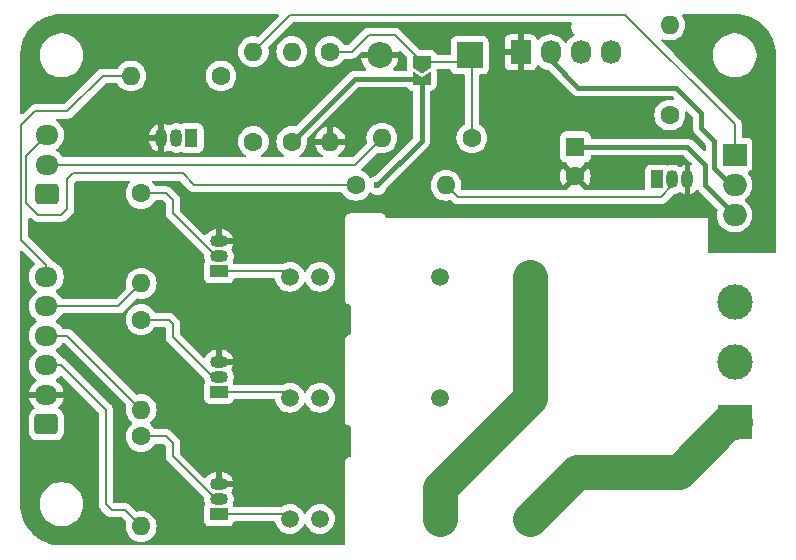
<source format=gbl>
G04 #@! TF.GenerationSoftware,KiCad,Pcbnew,8.0.3-8.0.3-0~ubuntu22.04.1*
G04 #@! TF.CreationDate,2024-06-26T14:32:35-07:00*
G04 #@! TF.ProjectId,pifire-relay-pwm-module-SSR-alt,70696669-7265-42d7-9265-6c61792d7077,rev?*
G04 #@! TF.SameCoordinates,Original*
G04 #@! TF.FileFunction,Copper,L2,Bot*
G04 #@! TF.FilePolarity,Positive*
%FSLAX46Y46*%
G04 Gerber Fmt 4.6, Leading zero omitted, Abs format (unit mm)*
G04 Created by KiCad (PCBNEW 8.0.3-8.0.3-0~ubuntu22.04.1) date 2024-06-26 14:32:35*
%MOMM*%
%LPD*%
G01*
G04 APERTURE LIST*
G04 Aperture macros list*
%AMRoundRect*
0 Rectangle with rounded corners*
0 $1 Rounding radius*
0 $2 $3 $4 $5 $6 $7 $8 $9 X,Y pos of 4 corners*
0 Add a 4 corners polygon primitive as box body*
4,1,4,$2,$3,$4,$5,$6,$7,$8,$9,$2,$3,0*
0 Add four circle primitives for the rounded corners*
1,1,$1+$1,$2,$3*
1,1,$1+$1,$4,$5*
1,1,$1+$1,$6,$7*
1,1,$1+$1,$8,$9*
0 Add four rect primitives between the rounded corners*
20,1,$1+$1,$2,$3,$4,$5,0*
20,1,$1+$1,$4,$5,$6,$7,0*
20,1,$1+$1,$6,$7,$8,$9,0*
20,1,$1+$1,$8,$9,$2,$3,0*%
%AMFreePoly0*
4,1,6,1.000000,0.000000,0.500000,-0.750000,-0.500000,-0.750000,-0.500000,0.750000,0.500000,0.750000,1.000000,0.000000,1.000000,0.000000,$1*%
%AMFreePoly1*
4,1,6,0.500000,-0.750000,-0.650000,-0.750000,-0.150000,0.000000,-0.650000,0.750000,0.500000,0.750000,0.500000,-0.750000,0.500000,-0.750000,$1*%
G04 Aperture macros list end*
G04 #@! TA.AperFunction,ComponentPad*
%ADD10R,1.508000X1.508000*%
G04 #@! TD*
G04 #@! TA.AperFunction,ComponentPad*
%ADD11C,1.508000*%
G04 #@! TD*
G04 #@! TA.AperFunction,ComponentPad*
%ADD12C,1.600000*%
G04 #@! TD*
G04 #@! TA.AperFunction,ComponentPad*
%ADD13O,1.600000X1.600000*%
G04 #@! TD*
G04 #@! TA.AperFunction,ComponentPad*
%ADD14R,1.500000X1.050000*%
G04 #@! TD*
G04 #@! TA.AperFunction,ComponentPad*
%ADD15O,1.500000X1.050000*%
G04 #@! TD*
G04 #@! TA.AperFunction,ComponentPad*
%ADD16R,2.000000X1.905000*%
G04 #@! TD*
G04 #@! TA.AperFunction,ComponentPad*
%ADD17O,2.000000X1.905000*%
G04 #@! TD*
G04 #@! TA.AperFunction,ComponentPad*
%ADD18R,1.730000X2.030000*%
G04 #@! TD*
G04 #@! TA.AperFunction,ComponentPad*
%ADD19O,1.730000X2.030000*%
G04 #@! TD*
G04 #@! TA.AperFunction,ComponentPad*
%ADD20R,1.050000X1.500000*%
G04 #@! TD*
G04 #@! TA.AperFunction,ComponentPad*
%ADD21O,1.050000X1.500000*%
G04 #@! TD*
G04 #@! TA.AperFunction,ComponentPad*
%ADD22R,2.200000X2.200000*%
G04 #@! TD*
G04 #@! TA.AperFunction,ComponentPad*
%ADD23O,2.200000X2.200000*%
G04 #@! TD*
G04 #@! TA.AperFunction,ComponentPad*
%ADD24RoundRect,0.250000X0.725000X-0.600000X0.725000X0.600000X-0.725000X0.600000X-0.725000X-0.600000X0*%
G04 #@! TD*
G04 #@! TA.AperFunction,ComponentPad*
%ADD25O,1.950000X1.700000*%
G04 #@! TD*
G04 #@! TA.AperFunction,ComponentPad*
%ADD26R,3.000000X3.000000*%
G04 #@! TD*
G04 #@! TA.AperFunction,ComponentPad*
%ADD27C,3.000000*%
G04 #@! TD*
G04 #@! TA.AperFunction,ComponentPad*
%ADD28R,1.600000X1.600000*%
G04 #@! TD*
G04 #@! TA.AperFunction,SMDPad,CuDef*
%ADD29FreePoly0,270.000000*%
G04 #@! TD*
G04 #@! TA.AperFunction,SMDPad,CuDef*
%ADD30FreePoly1,270.000000*%
G04 #@! TD*
G04 #@! TA.AperFunction,ViaPad*
%ADD31C,0.600000*%
G04 #@! TD*
G04 #@! TA.AperFunction,Conductor*
%ADD32C,0.200000*%
G04 #@! TD*
G04 #@! TA.AperFunction,Conductor*
%ADD33C,3.000000*%
G04 #@! TD*
G04 #@! TA.AperFunction,Conductor*
%ADD34C,0.400000*%
G04 #@! TD*
G04 APERTURE END LIST*
D10*
X68660000Y-68250000D03*
D11*
X61040000Y-68250000D03*
X50880000Y-68250000D03*
X48340000Y-68250000D03*
D12*
X53940000Y-40000000D03*
D13*
X61560000Y-40000000D03*
D14*
X42332500Y-67852500D03*
D15*
X42332500Y-66582500D03*
X42332500Y-65312500D03*
D10*
X68660000Y-47750000D03*
D11*
X61040000Y-47750000D03*
X50880000Y-47750000D03*
X48340000Y-47750000D03*
D16*
X86000000Y-37420000D03*
D17*
X86000000Y-39960000D03*
X86000000Y-42500000D03*
D18*
X67880000Y-28750000D03*
D19*
X70420000Y-28750000D03*
X72960000Y-28750000D03*
X75500000Y-28750000D03*
D12*
X48500000Y-36310000D03*
D13*
X48500000Y-28690000D03*
D12*
X35750000Y-51380000D03*
D13*
X35750000Y-59000000D03*
D20*
X40000000Y-36000000D03*
D21*
X38730000Y-36000000D03*
X37460000Y-36000000D03*
D12*
X42500000Y-30750000D03*
D13*
X34880000Y-30750000D03*
D22*
X63560000Y-29000000D03*
D23*
X55940000Y-29000000D03*
D24*
X27725000Y-60250000D03*
D25*
X27725000Y-57750000D03*
X27725000Y-55250000D03*
X27725000Y-52750000D03*
X27725000Y-50250000D03*
X27725000Y-47750000D03*
D26*
X86000000Y-60080000D03*
D27*
X86000000Y-55000000D03*
X86000000Y-49920000D03*
D10*
X68660000Y-58000000D03*
D11*
X61040000Y-58000000D03*
X50880000Y-58000000D03*
X48340000Y-58000000D03*
D24*
X27750000Y-40750000D03*
D25*
X27750000Y-38250000D03*
X27750000Y-35750000D03*
D12*
X35750000Y-61272500D03*
D13*
X35750000Y-68892500D03*
D12*
X45250000Y-36310000D03*
D13*
X45250000Y-28690000D03*
D20*
X79460000Y-39500000D03*
D21*
X80730000Y-39500000D03*
X82000000Y-39500000D03*
D14*
X42332500Y-57500000D03*
D15*
X42332500Y-56230000D03*
X42332500Y-54960000D03*
D12*
X80500000Y-34060000D03*
D13*
X80500000Y-26440000D03*
D12*
X35750000Y-40690000D03*
D13*
X35750000Y-48310000D03*
D12*
X63750000Y-36000000D03*
D13*
X56130000Y-36000000D03*
D28*
X72500000Y-36750000D03*
D12*
X72500000Y-39250000D03*
X51750000Y-28690000D03*
D13*
X51750000Y-36310000D03*
D14*
X42332500Y-47290000D03*
D15*
X42332500Y-46020000D03*
X42332500Y-44750000D03*
D29*
X59500000Y-29550000D03*
D30*
X59500000Y-31000000D03*
D31*
X55750000Y-40000000D03*
D32*
X68660000Y-58000000D02*
X68680000Y-58000000D01*
D33*
X61040000Y-68250000D02*
X61040000Y-65620000D01*
X68660000Y-58000000D02*
X68660000Y-47750000D01*
X61040000Y-65620000D02*
X68660000Y-58000000D01*
D34*
X86000000Y-39960000D02*
X85710000Y-39960000D01*
X81000000Y-31750000D02*
X72750000Y-31750000D01*
X83160000Y-35160000D02*
X83160000Y-33910000D01*
X84250000Y-36250000D02*
X83160000Y-35160000D01*
X72750000Y-31750000D02*
X70420000Y-29420000D01*
X70420000Y-29420000D02*
X70420000Y-28750000D01*
X83160000Y-33910000D02*
X81000000Y-31750000D01*
X84250000Y-38500000D02*
X84250000Y-36250000D01*
X85710000Y-39960000D02*
X84250000Y-38500000D01*
X59500000Y-31000000D02*
X53810000Y-31000000D01*
X55750000Y-40000000D02*
X59500000Y-36250000D01*
X59500000Y-36250000D02*
X59500000Y-31000000D01*
X53810000Y-31000000D02*
X48500000Y-36310000D01*
D32*
X47880000Y-47290000D02*
X48340000Y-47750000D01*
X42332500Y-47290000D02*
X47880000Y-47290000D01*
X37880000Y-40690000D02*
X38440000Y-41250000D01*
X38440000Y-42381370D02*
X42078630Y-46020000D01*
X42078630Y-46020000D02*
X42332500Y-46020000D01*
X38440000Y-41250000D02*
X38440000Y-42381370D01*
X35750000Y-40690000D02*
X37880000Y-40690000D01*
X33810000Y-50250000D02*
X35750000Y-48310000D01*
X27725000Y-50250000D02*
X33810000Y-50250000D01*
X48340000Y-25600000D02*
X45250000Y-28690000D01*
X86000000Y-34850000D02*
X76750000Y-25600000D01*
X76750000Y-25600000D02*
X48340000Y-25600000D01*
X86000000Y-37420000D02*
X86000000Y-34850000D01*
D34*
X72500000Y-36750000D02*
X82000000Y-36750000D01*
X83500000Y-38250000D02*
X83500000Y-40000000D01*
X82000000Y-36750000D02*
X83500000Y-38250000D01*
X83500000Y-40000000D02*
X86000000Y-42500000D01*
D32*
X26000000Y-41500000D02*
X26000000Y-37500000D01*
X26000000Y-37500000D02*
X27750000Y-35750000D01*
X30000000Y-39000000D02*
X29500000Y-39500000D01*
X40250000Y-40000000D02*
X39250000Y-39000000D01*
X27000000Y-42500000D02*
X26000000Y-41500000D01*
X53940000Y-40000000D02*
X40250000Y-40000000D01*
X29000000Y-42500000D02*
X27000000Y-42500000D01*
X39250000Y-39000000D02*
X30000000Y-39000000D01*
X29500000Y-42000000D02*
X29000000Y-42500000D01*
X29500000Y-39500000D02*
X29500000Y-42000000D01*
D33*
X81250000Y-64250000D02*
X85420000Y-60080000D01*
X68660000Y-68250000D02*
X72660000Y-64250000D01*
X85420000Y-60080000D02*
X86000000Y-60080000D01*
X72660000Y-64250000D02*
X81250000Y-64250000D01*
D32*
X29500000Y-52750000D02*
X35750000Y-59000000D01*
X27725000Y-52750000D02*
X29500000Y-52750000D01*
X33250000Y-67500000D02*
X34357500Y-67500000D01*
X34357500Y-67500000D02*
X35750000Y-68892500D01*
X32750000Y-59000000D02*
X32750000Y-67000000D01*
X29000000Y-55250000D02*
X32750000Y-59000000D01*
X27725000Y-55250000D02*
X29000000Y-55250000D01*
X32750000Y-67000000D02*
X33250000Y-67500000D01*
X34880000Y-30750000D02*
X32500000Y-30750000D01*
X26750000Y-33750000D02*
X25600000Y-34900000D01*
X25600000Y-44600000D02*
X27725000Y-46725000D01*
X32500000Y-30750000D02*
X29500000Y-33750000D01*
X27725000Y-46725000D02*
X27725000Y-47750000D01*
X29500000Y-33750000D02*
X26750000Y-33750000D01*
X25600000Y-34900000D02*
X25600000Y-44600000D01*
X47840000Y-57500000D02*
X48340000Y-58000000D01*
X42332500Y-57500000D02*
X47840000Y-57500000D01*
X27750000Y-38250000D02*
X53880000Y-38250000D01*
X53880000Y-38250000D02*
X56130000Y-36000000D01*
X47942500Y-67852500D02*
X48340000Y-68250000D01*
X42332500Y-67852500D02*
X47942500Y-67852500D01*
X35750000Y-51380000D02*
X38070000Y-51380000D01*
X38440000Y-52881370D02*
X41788630Y-56230000D01*
X38070000Y-51380000D02*
X38440000Y-51750000D01*
X38440000Y-51750000D02*
X38440000Y-52881370D01*
X41788630Y-56230000D02*
X42332500Y-56230000D01*
X62560000Y-41000000D02*
X79750000Y-41000000D01*
X79750000Y-41000000D02*
X80730000Y-40020000D01*
X80730000Y-40020000D02*
X80730000Y-39500000D01*
X61560000Y-40000000D02*
X62560000Y-41000000D01*
X37880000Y-61272500D02*
X38440000Y-61832500D01*
X38440000Y-61832500D02*
X38440000Y-62963870D01*
X35750000Y-61272500D02*
X37880000Y-61272500D01*
X42058630Y-66582500D02*
X42332500Y-66582500D01*
X38440000Y-62963870D02*
X42058630Y-66582500D01*
X53560000Y-28690000D02*
X55000000Y-27250000D01*
X63750000Y-36000000D02*
X63750000Y-29190000D01*
X51750000Y-28690000D02*
X53560000Y-28690000D01*
X55000000Y-27250000D02*
X57200000Y-27250000D01*
X59500000Y-29550000D02*
X63010000Y-29550000D01*
X63750000Y-29190000D02*
X63560000Y-29000000D01*
X63010000Y-29550000D02*
X63560000Y-29000000D01*
X57200000Y-27250000D02*
X59500000Y-29550000D01*
G04 #@! TA.AperFunction,Conductor*
G36*
X47357942Y-25520185D02*
G01*
X47403697Y-25572989D01*
X47413641Y-25642147D01*
X47384616Y-25705703D01*
X47378584Y-25712181D01*
X45692705Y-27398058D01*
X45631382Y-27431543D01*
X45572931Y-27430152D01*
X45476697Y-27404366D01*
X45476693Y-27404365D01*
X45476692Y-27404365D01*
X45476691Y-27404364D01*
X45476686Y-27404364D01*
X45250002Y-27384532D01*
X45249998Y-27384532D01*
X45023313Y-27404364D01*
X45023302Y-27404366D01*
X44803511Y-27463258D01*
X44803502Y-27463261D01*
X44597267Y-27559431D01*
X44597265Y-27559432D01*
X44410858Y-27689954D01*
X44249954Y-27850858D01*
X44119432Y-28037265D01*
X44119431Y-28037267D01*
X44023261Y-28243502D01*
X44023258Y-28243511D01*
X43964366Y-28463302D01*
X43964364Y-28463313D01*
X43944532Y-28689998D01*
X43944532Y-28690001D01*
X43964364Y-28916686D01*
X43964366Y-28916697D01*
X44023258Y-29136488D01*
X44023261Y-29136497D01*
X44119431Y-29342732D01*
X44119432Y-29342734D01*
X44249954Y-29529141D01*
X44410858Y-29690045D01*
X44410861Y-29690047D01*
X44597266Y-29820568D01*
X44803504Y-29916739D01*
X45023308Y-29975635D01*
X45185230Y-29989801D01*
X45249998Y-29995468D01*
X45250000Y-29995468D01*
X45250002Y-29995468D01*
X45306673Y-29990509D01*
X45476692Y-29975635D01*
X45696496Y-29916739D01*
X45902734Y-29820568D01*
X46089139Y-29690047D01*
X46250047Y-29529139D01*
X46380568Y-29342734D01*
X46476739Y-29136496D01*
X46535635Y-28916692D01*
X46555468Y-28690000D01*
X46555468Y-28689998D01*
X47194532Y-28689998D01*
X47194532Y-28690001D01*
X47214364Y-28916686D01*
X47214366Y-28916697D01*
X47273258Y-29136488D01*
X47273261Y-29136497D01*
X47369431Y-29342732D01*
X47369432Y-29342734D01*
X47499954Y-29529141D01*
X47660858Y-29690045D01*
X47660861Y-29690047D01*
X47847266Y-29820568D01*
X48053504Y-29916739D01*
X48273308Y-29975635D01*
X48435230Y-29989801D01*
X48499998Y-29995468D01*
X48500000Y-29995468D01*
X48500002Y-29995468D01*
X48556673Y-29990509D01*
X48726692Y-29975635D01*
X48946496Y-29916739D01*
X49152734Y-29820568D01*
X49339139Y-29690047D01*
X49500047Y-29529139D01*
X49630568Y-29342734D01*
X49726739Y-29136496D01*
X49785635Y-28916692D01*
X49805468Y-28690000D01*
X49785635Y-28463308D01*
X49726739Y-28243504D01*
X49630568Y-28037266D01*
X49500934Y-27852128D01*
X49500045Y-27850858D01*
X49339141Y-27689954D01*
X49152734Y-27559432D01*
X49152732Y-27559431D01*
X48946497Y-27463261D01*
X48946488Y-27463258D01*
X48726697Y-27404366D01*
X48726693Y-27404365D01*
X48726692Y-27404365D01*
X48726691Y-27404364D01*
X48726686Y-27404364D01*
X48500002Y-27384532D01*
X48499998Y-27384532D01*
X48273313Y-27404364D01*
X48273302Y-27404366D01*
X48053511Y-27463258D01*
X48053502Y-27463261D01*
X47847267Y-27559431D01*
X47847265Y-27559432D01*
X47660858Y-27689954D01*
X47499954Y-27850858D01*
X47369432Y-28037265D01*
X47369431Y-28037267D01*
X47273261Y-28243502D01*
X47273258Y-28243511D01*
X47214366Y-28463302D01*
X47214364Y-28463313D01*
X47194532Y-28689998D01*
X46555468Y-28689998D01*
X46535635Y-28463308D01*
X46509847Y-28367066D01*
X46511510Y-28297217D01*
X46541939Y-28247294D01*
X48552416Y-26236819D01*
X48613739Y-26203334D01*
X48640097Y-26200500D01*
X72070391Y-26200500D01*
X72137430Y-26220185D01*
X72183185Y-26272989D01*
X72193129Y-26342147D01*
X72191274Y-26350492D01*
X72191451Y-26350528D01*
X72159500Y-26511153D01*
X72159500Y-26668846D01*
X72190261Y-26823489D01*
X72190264Y-26823501D01*
X72250602Y-26969172D01*
X72250609Y-26969185D01*
X72338210Y-27100288D01*
X72338213Y-27100292D01*
X72405660Y-27167739D01*
X72439145Y-27229062D01*
X72434161Y-27298754D01*
X72392289Y-27354687D01*
X72374275Y-27365904D01*
X72244323Y-27432118D01*
X72122678Y-27520499D01*
X72070437Y-27558455D01*
X72070435Y-27558457D01*
X72070434Y-27558457D01*
X71918457Y-27710434D01*
X71918457Y-27710435D01*
X71918455Y-27710437D01*
X71834928Y-27825402D01*
X71790318Y-27886802D01*
X71734988Y-27929467D01*
X71665374Y-27935446D01*
X71603579Y-27902840D01*
X71589682Y-27886802D01*
X71564490Y-27852129D01*
X71461545Y-27710437D01*
X71309563Y-27558455D01*
X71135678Y-27432120D01*
X71081204Y-27404364D01*
X70944170Y-27334541D01*
X70944167Y-27334540D01*
X70739757Y-27268124D01*
X70587105Y-27243946D01*
X70527467Y-27234500D01*
X70312533Y-27234500D01*
X70252895Y-27243946D01*
X70100243Y-27268124D01*
X70100240Y-27268124D01*
X69895832Y-27334540D01*
X69895829Y-27334541D01*
X69704321Y-27432120D01*
X69530438Y-27558454D01*
X69435522Y-27653370D01*
X69374198Y-27686854D01*
X69304507Y-27681870D01*
X69248574Y-27639998D01*
X69231659Y-27609021D01*
X69188354Y-27492913D01*
X69188350Y-27492906D01*
X69102190Y-27377812D01*
X69102187Y-27377809D01*
X68987093Y-27291649D01*
X68987086Y-27291645D01*
X68852379Y-27241403D01*
X68852372Y-27241401D01*
X68792844Y-27235000D01*
X68130000Y-27235000D01*
X68130000Y-28305439D01*
X68076853Y-28274755D01*
X67947143Y-28240000D01*
X67812857Y-28240000D01*
X67683147Y-28274755D01*
X67630000Y-28305439D01*
X67630000Y-27235000D01*
X66967155Y-27235000D01*
X66907627Y-27241401D01*
X66907620Y-27241403D01*
X66772913Y-27291645D01*
X66772906Y-27291649D01*
X66657812Y-27377809D01*
X66657809Y-27377812D01*
X66571649Y-27492906D01*
X66571645Y-27492913D01*
X66521403Y-27627620D01*
X66521401Y-27627627D01*
X66515000Y-27687155D01*
X66515000Y-28500000D01*
X67435440Y-28500000D01*
X67404755Y-28553147D01*
X67370000Y-28682857D01*
X67370000Y-28817143D01*
X67404755Y-28946853D01*
X67435440Y-29000000D01*
X66515000Y-29000000D01*
X66515000Y-29812844D01*
X66521401Y-29872372D01*
X66521403Y-29872379D01*
X66571645Y-30007086D01*
X66571649Y-30007093D01*
X66657809Y-30122187D01*
X66657812Y-30122190D01*
X66772906Y-30208350D01*
X66772913Y-30208354D01*
X66907620Y-30258596D01*
X66907627Y-30258598D01*
X66967155Y-30264999D01*
X66967172Y-30265000D01*
X67630000Y-30265000D01*
X67630000Y-29194560D01*
X67683147Y-29225245D01*
X67812857Y-29260000D01*
X67947143Y-29260000D01*
X68076853Y-29225245D01*
X68130000Y-29194560D01*
X68130000Y-30265000D01*
X68792828Y-30265000D01*
X68792844Y-30264999D01*
X68852372Y-30258598D01*
X68852379Y-30258596D01*
X68987086Y-30208354D01*
X68987093Y-30208350D01*
X69102187Y-30122190D01*
X69102190Y-30122187D01*
X69188350Y-30007093D01*
X69188355Y-30007084D01*
X69231659Y-29890979D01*
X69273529Y-29835045D01*
X69338994Y-29810627D01*
X69407267Y-29825478D01*
X69435522Y-29846630D01*
X69530437Y-29941545D01*
X69704322Y-30067880D01*
X69793894Y-30113519D01*
X69895829Y-30165458D01*
X69895832Y-30165459D01*
X70100244Y-30231876D01*
X70179236Y-30244387D01*
X70227954Y-30252103D01*
X70291089Y-30282032D01*
X70296238Y-30286895D01*
X72303453Y-32294111D01*
X72303454Y-32294112D01*
X72418192Y-32370777D01*
X72545667Y-32423578D01*
X72545672Y-32423580D01*
X72545676Y-32423580D01*
X72545677Y-32423581D01*
X72681003Y-32450500D01*
X72681006Y-32450500D01*
X72681007Y-32450500D01*
X80658481Y-32450500D01*
X80725520Y-32470185D01*
X80746162Y-32486819D01*
X80822242Y-32562899D01*
X80855727Y-32624222D01*
X80850743Y-32693914D01*
X80808871Y-32749847D01*
X80743407Y-32774264D01*
X80723754Y-32774108D01*
X80500002Y-32754532D01*
X80499998Y-32754532D01*
X80273313Y-32774364D01*
X80273302Y-32774366D01*
X80053511Y-32833258D01*
X80053502Y-32833261D01*
X79847267Y-32929431D01*
X79847265Y-32929432D01*
X79660858Y-33059954D01*
X79499954Y-33220858D01*
X79369432Y-33407265D01*
X79369431Y-33407267D01*
X79273261Y-33613502D01*
X79273258Y-33613511D01*
X79214366Y-33833302D01*
X79214364Y-33833313D01*
X79194532Y-34059998D01*
X79194532Y-34060001D01*
X79214364Y-34286686D01*
X79214366Y-34286697D01*
X79273258Y-34506488D01*
X79273261Y-34506497D01*
X79369431Y-34712732D01*
X79369432Y-34712734D01*
X79499954Y-34899141D01*
X79660858Y-35060045D01*
X79660861Y-35060047D01*
X79847266Y-35190568D01*
X80053504Y-35286739D01*
X80053509Y-35286740D01*
X80053511Y-35286741D01*
X80063707Y-35289473D01*
X80273308Y-35345635D01*
X80435230Y-35359801D01*
X80499998Y-35365468D01*
X80500000Y-35365468D01*
X80500002Y-35365468D01*
X80556673Y-35360509D01*
X80726692Y-35345635D01*
X80946496Y-35286739D01*
X81152734Y-35190568D01*
X81339139Y-35060047D01*
X81500047Y-34899139D01*
X81630568Y-34712734D01*
X81726739Y-34506496D01*
X81785635Y-34286692D01*
X81805468Y-34060000D01*
X81785891Y-33836242D01*
X81799657Y-33767746D01*
X81848272Y-33717563D01*
X81916301Y-33701629D01*
X81982145Y-33725004D01*
X81997100Y-33737757D01*
X82423181Y-34163838D01*
X82456666Y-34225161D01*
X82459500Y-34251519D01*
X82459500Y-35091006D01*
X82459500Y-35228994D01*
X82459500Y-35228996D01*
X82459499Y-35228996D01*
X82486418Y-35364322D01*
X82486421Y-35364332D01*
X82539222Y-35491807D01*
X82615887Y-35606545D01*
X82615888Y-35606546D01*
X83513181Y-36503838D01*
X83546666Y-36565161D01*
X83549500Y-36591519D01*
X83549500Y-37009480D01*
X83529815Y-37076519D01*
X83477011Y-37122274D01*
X83407853Y-37132218D01*
X83344297Y-37103193D01*
X83337819Y-37097161D01*
X82446545Y-36205887D01*
X82331807Y-36129222D01*
X82204332Y-36076421D01*
X82204322Y-36076418D01*
X82068996Y-36049500D01*
X82068994Y-36049500D01*
X82068993Y-36049500D01*
X73924499Y-36049500D01*
X73857460Y-36029815D01*
X73811705Y-35977011D01*
X73800499Y-35925500D01*
X73800499Y-35902129D01*
X73800498Y-35902123D01*
X73800497Y-35902116D01*
X73794091Y-35842517D01*
X73759584Y-35750000D01*
X73743797Y-35707671D01*
X73743793Y-35707664D01*
X73657547Y-35592455D01*
X73657544Y-35592452D01*
X73542335Y-35506206D01*
X73542328Y-35506202D01*
X73407482Y-35455908D01*
X73407483Y-35455908D01*
X73347883Y-35449501D01*
X73347881Y-35449500D01*
X73347873Y-35449500D01*
X73347864Y-35449500D01*
X71652129Y-35449500D01*
X71652123Y-35449501D01*
X71592516Y-35455908D01*
X71457671Y-35506202D01*
X71457664Y-35506206D01*
X71342455Y-35592452D01*
X71342452Y-35592455D01*
X71256206Y-35707664D01*
X71256202Y-35707671D01*
X71205908Y-35842517D01*
X71203634Y-35863673D01*
X71199501Y-35902123D01*
X71199500Y-35902135D01*
X71199500Y-37597870D01*
X71199501Y-37597876D01*
X71205908Y-37657483D01*
X71256202Y-37792328D01*
X71256206Y-37792335D01*
X71342452Y-37907544D01*
X71342455Y-37907547D01*
X71457664Y-37993793D01*
X71457671Y-37993797D01*
X71502618Y-38010561D01*
X71592517Y-38044091D01*
X71652127Y-38050500D01*
X71652153Y-38050499D01*
X71655453Y-38050678D01*
X71655372Y-38052183D01*
X71716672Y-38070112D01*
X71762483Y-38122867D01*
X71770016Y-38166464D01*
X72453553Y-38850000D01*
X72447339Y-38850000D01*
X72345606Y-38877259D01*
X72254394Y-38929920D01*
X72179920Y-39004394D01*
X72127259Y-39095606D01*
X72100000Y-39197339D01*
X72100000Y-39203552D01*
X71420974Y-38524526D01*
X71420973Y-38524526D01*
X71369868Y-38597512D01*
X71369866Y-38597516D01*
X71273734Y-38803673D01*
X71273730Y-38803682D01*
X71214860Y-39023389D01*
X71214858Y-39023400D01*
X71195034Y-39249997D01*
X71195034Y-39250002D01*
X71214858Y-39476599D01*
X71214860Y-39476610D01*
X71273730Y-39696317D01*
X71273735Y-39696331D01*
X71369863Y-39902478D01*
X71420974Y-39975472D01*
X72100000Y-39296446D01*
X72100000Y-39302661D01*
X72127259Y-39404394D01*
X72179920Y-39495606D01*
X72254394Y-39570080D01*
X72345606Y-39622741D01*
X72447339Y-39650000D01*
X72453553Y-39650000D01*
X71740371Y-40363181D01*
X71679048Y-40396666D01*
X71652690Y-40399500D01*
X62960931Y-40399500D01*
X62893892Y-40379815D01*
X62848137Y-40327011D01*
X62838193Y-40257853D01*
X62841156Y-40243406D01*
X62845635Y-40226692D01*
X62865468Y-40000000D01*
X62845635Y-39773308D01*
X62786739Y-39553504D01*
X62690568Y-39347266D01*
X62569244Y-39173996D01*
X62560045Y-39160858D01*
X62399141Y-38999954D01*
X62212734Y-38869432D01*
X62212732Y-38869431D01*
X62006497Y-38773261D01*
X62006488Y-38773258D01*
X61786697Y-38714366D01*
X61786693Y-38714365D01*
X61786692Y-38714365D01*
X61786691Y-38714364D01*
X61786686Y-38714364D01*
X61560002Y-38694532D01*
X61559998Y-38694532D01*
X61333313Y-38714364D01*
X61333302Y-38714366D01*
X61113511Y-38773258D01*
X61113502Y-38773261D01*
X60907267Y-38869431D01*
X60907265Y-38869432D01*
X60720858Y-38999954D01*
X60559954Y-39160858D01*
X60429432Y-39347265D01*
X60429431Y-39347267D01*
X60333261Y-39553502D01*
X60333258Y-39553511D01*
X60274366Y-39773302D01*
X60274364Y-39773313D01*
X60254532Y-39999998D01*
X60254532Y-40000001D01*
X60274364Y-40226686D01*
X60274366Y-40226697D01*
X60333258Y-40446488D01*
X60333261Y-40446497D01*
X60429431Y-40652732D01*
X60429432Y-40652734D01*
X60559954Y-40839141D01*
X60720858Y-41000045D01*
X60720861Y-41000047D01*
X60907266Y-41130568D01*
X61113504Y-41226739D01*
X61333308Y-41285635D01*
X61494666Y-41299752D01*
X61559998Y-41305468D01*
X61560000Y-41305468D01*
X61560002Y-41305468D01*
X61625334Y-41299752D01*
X61786692Y-41285635D01*
X61882932Y-41259847D01*
X61952781Y-41261510D01*
X62002705Y-41291940D01*
X62191284Y-41480520D01*
X62191286Y-41480521D01*
X62191290Y-41480524D01*
X62328209Y-41559573D01*
X62328212Y-41559575D01*
X62328216Y-41559577D01*
X62480943Y-41600501D01*
X62480945Y-41600501D01*
X62646654Y-41600501D01*
X62646670Y-41600500D01*
X79663331Y-41600500D01*
X79663347Y-41600501D01*
X79670943Y-41600501D01*
X79829054Y-41600501D01*
X79829057Y-41600501D01*
X79981785Y-41559577D01*
X80034505Y-41529139D01*
X80034506Y-41529139D01*
X80118709Y-41480524D01*
X80118708Y-41480524D01*
X80118716Y-41480520D01*
X80230520Y-41368716D01*
X80230520Y-41368714D01*
X80240724Y-41358511D01*
X80240728Y-41358506D01*
X80826541Y-40772692D01*
X80887862Y-40739209D01*
X80889857Y-40738792D01*
X81029127Y-40711091D01*
X81215756Y-40633786D01*
X81296562Y-40579792D01*
X81363234Y-40558917D01*
X81430614Y-40577401D01*
X81434340Y-40579795D01*
X81514479Y-40633343D01*
X81514486Y-40633347D01*
X81701016Y-40710609D01*
X81701025Y-40710612D01*
X81750000Y-40720353D01*
X81750000Y-39865865D01*
X81752383Y-39841671D01*
X81755500Y-39826002D01*
X81755500Y-39785830D01*
X81769745Y-39800075D01*
X81855255Y-39849444D01*
X81950630Y-39875000D01*
X82049370Y-39875000D01*
X82144745Y-39849444D01*
X82230255Y-39800075D01*
X82250000Y-39780330D01*
X82250000Y-40720352D01*
X82298974Y-40710612D01*
X82298983Y-40710609D01*
X82485513Y-40633347D01*
X82485526Y-40633340D01*
X82653398Y-40521171D01*
X82757777Y-40416792D01*
X82819100Y-40383307D01*
X82888792Y-40388291D01*
X82944726Y-40430162D01*
X82948559Y-40435579D01*
X82955884Y-40446541D01*
X82955888Y-40446546D01*
X84514364Y-42005021D01*
X84547849Y-42066344D01*
X84544614Y-42131019D01*
X84535278Y-42159751D01*
X84499500Y-42385646D01*
X84499500Y-42614353D01*
X84535278Y-42840246D01*
X84535278Y-42840249D01*
X84605950Y-43057755D01*
X84709783Y-43261538D01*
X84844214Y-43446566D01*
X85005934Y-43608286D01*
X85190962Y-43742717D01*
X85233498Y-43764390D01*
X85394744Y-43846549D01*
X85612251Y-43917221D01*
X85612252Y-43917221D01*
X85612255Y-43917222D01*
X85838146Y-43953000D01*
X85838147Y-43953000D01*
X86161853Y-43953000D01*
X86161854Y-43953000D01*
X86387745Y-43917222D01*
X86387748Y-43917221D01*
X86387749Y-43917221D01*
X86605255Y-43846549D01*
X86605255Y-43846548D01*
X86605258Y-43846548D01*
X86809038Y-43742717D01*
X86994066Y-43608286D01*
X87155786Y-43446566D01*
X87290217Y-43261538D01*
X87394048Y-43057758D01*
X87394049Y-43057755D01*
X87464721Y-42840249D01*
X87464721Y-42840248D01*
X87464722Y-42840245D01*
X87500500Y-42614354D01*
X87500500Y-42385646D01*
X87464722Y-42159755D01*
X87464721Y-42159751D01*
X87464721Y-42159750D01*
X87394049Y-41942244D01*
X87332052Y-41820568D01*
X87290217Y-41738462D01*
X87155786Y-41553434D01*
X86994066Y-41391714D01*
X86909559Y-41330316D01*
X86866896Y-41274988D01*
X86860917Y-41205375D01*
X86893523Y-41143580D01*
X86909556Y-41129685D01*
X86994066Y-41068286D01*
X87155786Y-40906566D01*
X87290217Y-40721538D01*
X87394048Y-40517758D01*
X87417205Y-40446488D01*
X87464721Y-40300249D01*
X87464721Y-40300248D01*
X87464722Y-40300245D01*
X87500500Y-40074354D01*
X87500500Y-39845646D01*
X87464722Y-39619755D01*
X87464721Y-39619751D01*
X87464721Y-39619750D01*
X87394049Y-39402244D01*
X87343309Y-39302661D01*
X87290217Y-39198462D01*
X87157472Y-39015755D01*
X87133994Y-38949953D01*
X87149819Y-38881899D01*
X87199925Y-38833204D01*
X87214455Y-38826692D01*
X87242331Y-38816296D01*
X87357546Y-38730046D01*
X87443796Y-38614831D01*
X87494091Y-38479983D01*
X87500500Y-38420373D01*
X87500499Y-36419628D01*
X87494091Y-36360017D01*
X87487248Y-36341671D01*
X87443797Y-36225171D01*
X87443793Y-36225164D01*
X87357547Y-36109955D01*
X87357544Y-36109952D01*
X87242335Y-36023706D01*
X87242328Y-36023702D01*
X87107482Y-35973408D01*
X87107483Y-35973408D01*
X87047883Y-35967001D01*
X87047881Y-35967000D01*
X87047873Y-35967000D01*
X87047865Y-35967000D01*
X86724500Y-35967000D01*
X86657461Y-35947315D01*
X86611706Y-35894511D01*
X86600500Y-35843000D01*
X86600500Y-34770943D01*
X86596471Y-34755908D01*
X86594754Y-34749500D01*
X86572974Y-34668215D01*
X86559577Y-34618216D01*
X86495076Y-34506496D01*
X86480524Y-34481290D01*
X86480521Y-34481286D01*
X86480520Y-34481284D01*
X86368716Y-34369480D01*
X86368715Y-34369479D01*
X86364385Y-34365149D01*
X86364374Y-34365139D01*
X80877946Y-28878711D01*
X84149500Y-28878711D01*
X84149500Y-29121288D01*
X84181161Y-29361785D01*
X84243947Y-29596104D01*
X84336773Y-29820205D01*
X84336777Y-29820214D01*
X84339816Y-29825478D01*
X84458064Y-30030289D01*
X84458066Y-30030292D01*
X84458067Y-30030293D01*
X84605733Y-30222736D01*
X84605739Y-30222743D01*
X84777256Y-30394260D01*
X84777263Y-30394266D01*
X84859733Y-30457547D01*
X84969711Y-30541936D01*
X85179788Y-30663224D01*
X85403900Y-30756054D01*
X85638211Y-30818838D01*
X85782389Y-30837819D01*
X85878711Y-30850500D01*
X85878712Y-30850500D01*
X86121289Y-30850500D01*
X86169388Y-30844167D01*
X86361789Y-30818838D01*
X86596100Y-30756054D01*
X86820212Y-30663224D01*
X87030289Y-30541936D01*
X87222738Y-30394265D01*
X87394265Y-30222738D01*
X87541936Y-30030289D01*
X87663224Y-29820212D01*
X87756054Y-29596100D01*
X87818838Y-29361789D01*
X87850500Y-29121288D01*
X87850500Y-28878712D01*
X87818838Y-28638211D01*
X87756054Y-28403900D01*
X87663224Y-28179788D01*
X87541936Y-27969711D01*
X87394265Y-27777262D01*
X87394260Y-27777256D01*
X87222743Y-27605739D01*
X87222736Y-27605733D01*
X87030293Y-27458067D01*
X87030292Y-27458066D01*
X87030289Y-27458064D01*
X86820212Y-27336776D01*
X86711266Y-27291649D01*
X86596104Y-27243947D01*
X86478944Y-27212554D01*
X86361789Y-27181162D01*
X86361788Y-27181161D01*
X86361785Y-27181161D01*
X86121289Y-27149500D01*
X86121288Y-27149500D01*
X85878712Y-27149500D01*
X85878711Y-27149500D01*
X85638214Y-27181161D01*
X85403895Y-27243947D01*
X85179794Y-27336773D01*
X85179785Y-27336777D01*
X84969706Y-27458067D01*
X84777263Y-27605733D01*
X84777256Y-27605739D01*
X84605739Y-27777256D01*
X84605733Y-27777263D01*
X84458067Y-27969706D01*
X84336777Y-28179785D01*
X84336773Y-28179794D01*
X84243947Y-28403895D01*
X84181161Y-28638214D01*
X84149500Y-28878711D01*
X80877946Y-28878711D01*
X79824637Y-27825402D01*
X79791152Y-27764079D01*
X79796136Y-27694387D01*
X79838008Y-27638454D01*
X79903472Y-27614037D01*
X79964721Y-27625338D01*
X80053504Y-27666739D01*
X80273308Y-27725635D01*
X80435230Y-27739801D01*
X80499998Y-27745468D01*
X80500000Y-27745468D01*
X80500002Y-27745468D01*
X80556673Y-27740509D01*
X80726692Y-27725635D01*
X80946496Y-27666739D01*
X81152734Y-27570568D01*
X81339139Y-27440047D01*
X81500047Y-27279139D01*
X81630568Y-27092734D01*
X81726739Y-26886496D01*
X81785635Y-26666692D01*
X81805468Y-26440000D01*
X81785635Y-26213308D01*
X81726739Y-25993504D01*
X81630568Y-25787266D01*
X81566398Y-25695621D01*
X81544072Y-25629417D01*
X81561082Y-25561650D01*
X81612030Y-25513837D01*
X81667974Y-25500500D01*
X85934108Y-25500500D01*
X85996949Y-25500500D01*
X86003032Y-25500648D01*
X86336929Y-25517052D01*
X86349037Y-25518245D01*
X86362116Y-25520185D01*
X86676699Y-25566849D01*
X86688617Y-25569219D01*
X87009951Y-25649709D01*
X87021588Y-25653240D01*
X87092806Y-25678722D01*
X87333467Y-25764832D01*
X87344688Y-25769479D01*
X87644163Y-25911120D01*
X87654871Y-25916844D01*
X87782782Y-25993511D01*
X87938988Y-26087137D01*
X87949103Y-26093895D01*
X88215170Y-26291224D01*
X88224576Y-26298944D01*
X88470013Y-26521395D01*
X88478604Y-26529986D01*
X88624016Y-26690423D01*
X88701055Y-26775423D01*
X88708775Y-26784829D01*
X88906102Y-27050893D01*
X88912862Y-27061011D01*
X89078149Y-27336777D01*
X89083148Y-27345116D01*
X89088883Y-27355844D01*
X89229602Y-27653370D01*
X89230514Y-27655297D01*
X89235170Y-27666540D01*
X89346759Y-27978411D01*
X89350292Y-27990055D01*
X89430777Y-28311369D01*
X89433151Y-28323305D01*
X89481754Y-28650962D01*
X89482947Y-28663071D01*
X89499351Y-28996966D01*
X89499500Y-29003051D01*
X89499500Y-45626000D01*
X89479815Y-45693039D01*
X89427011Y-45738794D01*
X89375500Y-45750000D01*
X83874000Y-45750000D01*
X83806961Y-45730315D01*
X83761206Y-45677511D01*
X83750000Y-45626000D01*
X83750000Y-42750000D01*
X56577351Y-42750000D01*
X56510312Y-42730315D01*
X56469964Y-42688000D01*
X56400502Y-42567689D01*
X56400497Y-42567683D01*
X56307316Y-42474502D01*
X56307314Y-42474500D01*
X56250250Y-42441554D01*
X56193187Y-42408608D01*
X56129539Y-42391554D01*
X56065892Y-42374500D01*
X53565892Y-42374500D01*
X53434108Y-42374500D01*
X53306812Y-42408608D01*
X53192686Y-42474500D01*
X53192683Y-42474502D01*
X53099502Y-42567683D01*
X53099500Y-42567686D01*
X53033608Y-42681812D01*
X52999500Y-42809108D01*
X52999500Y-49690891D01*
X53033608Y-49818187D01*
X53066554Y-49875250D01*
X53099500Y-49932314D01*
X53192686Y-50025500D01*
X53306814Y-50091392D01*
X53408095Y-50118529D01*
X53467753Y-50154892D01*
X53498283Y-50217739D01*
X53500000Y-50238303D01*
X53500000Y-52511696D01*
X53480315Y-52578735D01*
X53427511Y-52624490D01*
X53408097Y-52631469D01*
X53366853Y-52642520D01*
X53306812Y-52658608D01*
X53192686Y-52724500D01*
X53192683Y-52724502D01*
X53099502Y-52817683D01*
X53099500Y-52817686D01*
X53033608Y-52931812D01*
X53025942Y-52960424D01*
X52999500Y-53059108D01*
X52999500Y-59940892D01*
X53015350Y-60000045D01*
X53033608Y-60068187D01*
X53045770Y-60089251D01*
X53099500Y-60182314D01*
X53192686Y-60275500D01*
X53306814Y-60341392D01*
X53408095Y-60368529D01*
X53467753Y-60404892D01*
X53498283Y-60467739D01*
X53500000Y-60488303D01*
X53500000Y-62886696D01*
X53480315Y-62953735D01*
X53427511Y-62999490D01*
X53408097Y-63006469D01*
X53366853Y-63017520D01*
X53306812Y-63033608D01*
X53192686Y-63099500D01*
X53192683Y-63099502D01*
X53099502Y-63192683D01*
X53099500Y-63192686D01*
X53033608Y-63306812D01*
X52999500Y-63434108D01*
X52999500Y-70315891D01*
X53006873Y-70343407D01*
X53005210Y-70413256D01*
X52966048Y-70471119D01*
X52901819Y-70498623D01*
X52887098Y-70499500D01*
X29003051Y-70499500D01*
X28996968Y-70499351D01*
X28976900Y-70498365D01*
X28663071Y-70482947D01*
X28650962Y-70481754D01*
X28323305Y-70433151D01*
X28311369Y-70430777D01*
X27990055Y-70350292D01*
X27978411Y-70346759D01*
X27666540Y-70235170D01*
X27655301Y-70230515D01*
X27355844Y-70088883D01*
X27345121Y-70083150D01*
X27061011Y-69912862D01*
X27050893Y-69906102D01*
X26784829Y-69708775D01*
X26775423Y-69701055D01*
X26632868Y-69571851D01*
X26529986Y-69478604D01*
X26521395Y-69470013D01*
X26298944Y-69224576D01*
X26291224Y-69215170D01*
X26233024Y-69136697D01*
X26093895Y-68949103D01*
X26087137Y-68938988D01*
X25916844Y-68654871D01*
X25911120Y-68644163D01*
X25769479Y-68344688D01*
X25764829Y-68333459D01*
X25725212Y-68222738D01*
X25681475Y-68100500D01*
X25653240Y-68021588D01*
X25649707Y-68009944D01*
X25642337Y-67980520D01*
X25569219Y-67688617D01*
X25566848Y-67676694D01*
X25565226Y-67665761D01*
X25520361Y-67363303D01*
X25518245Y-67349037D01*
X25517052Y-67336927D01*
X25514237Y-67279635D01*
X25500649Y-67003032D01*
X25500500Y-66996948D01*
X25500500Y-66878711D01*
X27149500Y-66878711D01*
X27149500Y-67121288D01*
X27181161Y-67361785D01*
X27243947Y-67596104D01*
X27336397Y-67819297D01*
X27336776Y-67820212D01*
X27458064Y-68030289D01*
X27458066Y-68030292D01*
X27458067Y-68030293D01*
X27605733Y-68222736D01*
X27605739Y-68222743D01*
X27777256Y-68394260D01*
X27777263Y-68394266D01*
X27817807Y-68425376D01*
X27969711Y-68541936D01*
X28179788Y-68663224D01*
X28403900Y-68756054D01*
X28638211Y-68818838D01*
X28818586Y-68842584D01*
X28878711Y-68850500D01*
X28878712Y-68850500D01*
X29121289Y-68850500D01*
X29169388Y-68844167D01*
X29361789Y-68818838D01*
X29596100Y-68756054D01*
X29820212Y-68663224D01*
X30030289Y-68541936D01*
X30222738Y-68394265D01*
X30394265Y-68222738D01*
X30541936Y-68030289D01*
X30663224Y-67820212D01*
X30756054Y-67596100D01*
X30818838Y-67361789D01*
X30850500Y-67121288D01*
X30850500Y-66878712D01*
X30818838Y-66638211D01*
X30756054Y-66403900D01*
X30663224Y-66179788D01*
X30541936Y-65969711D01*
X30410189Y-65798015D01*
X30394266Y-65777263D01*
X30394260Y-65777256D01*
X30222743Y-65605739D01*
X30222736Y-65605733D01*
X30030293Y-65458067D01*
X30030292Y-65458066D01*
X30030289Y-65458064D01*
X29820212Y-65336776D01*
X29820205Y-65336773D01*
X29596104Y-65243947D01*
X29361785Y-65181161D01*
X29121289Y-65149500D01*
X29121288Y-65149500D01*
X28878712Y-65149500D01*
X28878711Y-65149500D01*
X28638214Y-65181161D01*
X28403895Y-65243947D01*
X28179794Y-65336773D01*
X28179785Y-65336777D01*
X27969706Y-65458067D01*
X27777263Y-65605733D01*
X27777256Y-65605739D01*
X27605739Y-65777256D01*
X27605733Y-65777263D01*
X27458067Y-65969706D01*
X27336777Y-66179785D01*
X27336773Y-66179794D01*
X27243947Y-66403895D01*
X27181161Y-66638214D01*
X27149500Y-66878711D01*
X25500500Y-66878711D01*
X25500500Y-45649097D01*
X25520185Y-45582058D01*
X25572989Y-45536303D01*
X25642147Y-45526359D01*
X25705703Y-45555384D01*
X25712181Y-45561416D01*
X26707753Y-46556988D01*
X26741238Y-46618311D01*
X26736254Y-46688003D01*
X26707754Y-46732350D01*
X26569889Y-46870215D01*
X26444951Y-47042179D01*
X26348444Y-47231585D01*
X26282753Y-47433760D01*
X26249500Y-47643713D01*
X26249500Y-47856286D01*
X26267299Y-47968668D01*
X26282754Y-48066243D01*
X26337872Y-48235879D01*
X26348444Y-48268414D01*
X26444951Y-48457820D01*
X26569890Y-48629786D01*
X26720209Y-48780105D01*
X26720214Y-48780109D01*
X26884793Y-48899682D01*
X26927459Y-48955011D01*
X26933438Y-49024625D01*
X26900833Y-49086420D01*
X26884793Y-49100318D01*
X26720214Y-49219890D01*
X26720209Y-49219894D01*
X26569890Y-49370213D01*
X26444951Y-49542179D01*
X26348444Y-49731585D01*
X26282753Y-49933760D01*
X26249500Y-50143713D01*
X26249500Y-50356286D01*
X26269893Y-50485046D01*
X26282754Y-50566243D01*
X26336130Y-50730518D01*
X26348444Y-50768414D01*
X26444951Y-50957820D01*
X26569890Y-51129786D01*
X26720209Y-51280105D01*
X26720214Y-51280109D01*
X26884793Y-51399682D01*
X26927459Y-51455011D01*
X26933438Y-51524625D01*
X26900833Y-51586420D01*
X26884793Y-51600318D01*
X26720214Y-51719890D01*
X26720209Y-51719894D01*
X26569890Y-51870213D01*
X26444951Y-52042179D01*
X26348444Y-52231585D01*
X26282753Y-52433760D01*
X26249500Y-52643713D01*
X26249500Y-52856286D01*
X26271373Y-52994390D01*
X26282754Y-53066243D01*
X26342488Y-53250086D01*
X26348444Y-53268414D01*
X26444951Y-53457820D01*
X26569890Y-53629786D01*
X26720209Y-53780105D01*
X26720214Y-53780109D01*
X26884793Y-53899682D01*
X26927459Y-53955011D01*
X26933438Y-54024625D01*
X26900833Y-54086420D01*
X26884793Y-54100318D01*
X26720214Y-54219890D01*
X26720209Y-54219894D01*
X26569890Y-54370213D01*
X26444951Y-54542179D01*
X26348444Y-54731585D01*
X26282753Y-54933760D01*
X26272262Y-55000000D01*
X26249500Y-55143713D01*
X26249500Y-55356287D01*
X26282754Y-55566243D01*
X26340591Y-55744247D01*
X26348444Y-55768414D01*
X26444951Y-55957820D01*
X26569890Y-56129786D01*
X26720209Y-56280105D01*
X26720214Y-56280109D01*
X26885218Y-56399991D01*
X26927884Y-56455320D01*
X26933863Y-56524934D01*
X26901258Y-56586729D01*
X26885218Y-56600627D01*
X26720540Y-56720272D01*
X26720535Y-56720276D01*
X26570276Y-56870535D01*
X26570272Y-56870540D01*
X26445379Y-57042442D01*
X26348904Y-57231782D01*
X26283242Y-57433870D01*
X26283242Y-57433873D01*
X26272769Y-57500000D01*
X27320854Y-57500000D01*
X27282370Y-57566657D01*
X27250000Y-57687465D01*
X27250000Y-57812535D01*
X27282370Y-57933343D01*
X27320854Y-58000000D01*
X26272769Y-58000000D01*
X26283242Y-58066126D01*
X26283242Y-58066129D01*
X26348904Y-58268217D01*
X26445379Y-58457557D01*
X26570272Y-58629459D01*
X26570276Y-58629464D01*
X26709143Y-58768331D01*
X26742628Y-58829654D01*
X26737644Y-58899346D01*
X26695772Y-58955279D01*
X26686559Y-58961551D01*
X26531342Y-59057289D01*
X26407289Y-59181342D01*
X26315187Y-59330663D01*
X26315186Y-59330666D01*
X26260001Y-59497203D01*
X26260001Y-59497204D01*
X26260000Y-59497204D01*
X26249500Y-59599983D01*
X26249500Y-60900001D01*
X26249501Y-60900018D01*
X26260000Y-61002796D01*
X26260001Y-61002799D01*
X26274251Y-61045802D01*
X26315186Y-61169334D01*
X26407288Y-61318656D01*
X26531344Y-61442712D01*
X26680666Y-61534814D01*
X26847203Y-61589999D01*
X26949991Y-61600500D01*
X28500008Y-61600499D01*
X28602797Y-61589999D01*
X28769334Y-61534814D01*
X28918656Y-61442712D01*
X29042712Y-61318656D01*
X29134814Y-61169334D01*
X29189999Y-61002797D01*
X29200500Y-60900009D01*
X29200499Y-59599992D01*
X29189999Y-59497203D01*
X29134814Y-59330666D01*
X29042712Y-59181344D01*
X28918656Y-59057288D01*
X28769334Y-58965186D01*
X28769332Y-58965185D01*
X28763440Y-58961551D01*
X28716716Y-58909603D01*
X28705493Y-58840641D01*
X28733337Y-58776558D01*
X28740856Y-58768330D01*
X28879728Y-58629458D01*
X29004620Y-58457557D01*
X29101095Y-58268217D01*
X29166757Y-58066129D01*
X29166757Y-58066126D01*
X29177231Y-58000000D01*
X28129146Y-58000000D01*
X28167630Y-57933343D01*
X28200000Y-57812535D01*
X28200000Y-57687465D01*
X28167630Y-57566657D01*
X28129146Y-57500000D01*
X29177231Y-57500000D01*
X29166757Y-57433873D01*
X29166757Y-57433870D01*
X29101095Y-57231782D01*
X29004620Y-57042442D01*
X28879727Y-56870540D01*
X28879723Y-56870535D01*
X28729464Y-56720276D01*
X28729459Y-56720272D01*
X28564781Y-56600627D01*
X28522115Y-56545297D01*
X28516136Y-56475684D01*
X28548741Y-56413889D01*
X28564776Y-56399994D01*
X28729792Y-56280104D01*
X28867652Y-56142243D01*
X28928971Y-56108761D01*
X28998663Y-56113745D01*
X29043011Y-56142246D01*
X32113181Y-59212416D01*
X32146666Y-59273739D01*
X32149500Y-59300097D01*
X32149500Y-66913330D01*
X32149499Y-66913348D01*
X32149499Y-67079054D01*
X32149498Y-67079054D01*
X32190424Y-67231789D01*
X32190425Y-67231790D01*
X32211455Y-67268214D01*
X32211456Y-67268216D01*
X32269475Y-67368709D01*
X32269479Y-67368714D01*
X32269480Y-67368716D01*
X32381284Y-67480520D01*
X32381285Y-67480521D01*
X32881284Y-67980520D01*
X32881286Y-67980521D01*
X32881290Y-67980524D01*
X32967487Y-68030289D01*
X33018216Y-68059577D01*
X33170943Y-68100501D01*
X33170945Y-68100501D01*
X33336654Y-68100501D01*
X33336670Y-68100500D01*
X34057403Y-68100500D01*
X34124442Y-68120185D01*
X34145084Y-68136819D01*
X34458058Y-68449793D01*
X34491543Y-68511116D01*
X34490152Y-68569567D01*
X34464366Y-68665802D01*
X34464364Y-68665813D01*
X34444532Y-68892498D01*
X34444532Y-68892501D01*
X34464364Y-69119186D01*
X34464366Y-69119197D01*
X34523258Y-69338988D01*
X34523261Y-69338997D01*
X34619431Y-69545232D01*
X34619432Y-69545234D01*
X34749954Y-69731641D01*
X34910858Y-69892545D01*
X34910861Y-69892547D01*
X35097266Y-70023068D01*
X35303504Y-70119239D01*
X35523308Y-70178135D01*
X35685230Y-70192301D01*
X35749998Y-70197968D01*
X35750000Y-70197968D01*
X35750002Y-70197968D01*
X35806673Y-70193009D01*
X35976692Y-70178135D01*
X36196496Y-70119239D01*
X36402734Y-70023068D01*
X36589139Y-69892547D01*
X36750047Y-69731639D01*
X36880568Y-69545234D01*
X36976739Y-69338996D01*
X37035635Y-69119192D01*
X37055468Y-68892500D01*
X37054343Y-68879646D01*
X37049023Y-68818838D01*
X37035635Y-68665808D01*
X36976739Y-68446004D01*
X36880568Y-68239766D01*
X36782839Y-68100193D01*
X36750045Y-68053358D01*
X36589141Y-67892454D01*
X36402734Y-67761932D01*
X36402732Y-67761931D01*
X36196497Y-67665761D01*
X36196488Y-67665758D01*
X35976697Y-67606866D01*
X35976693Y-67606865D01*
X35976692Y-67606865D01*
X35976691Y-67606864D01*
X35976686Y-67606864D01*
X35750002Y-67587032D01*
X35749998Y-67587032D01*
X35523313Y-67606864D01*
X35523302Y-67606866D01*
X35427067Y-67632652D01*
X35357217Y-67630989D01*
X35307293Y-67600558D01*
X34845090Y-67138355D01*
X34845088Y-67138352D01*
X34726217Y-67019481D01*
X34726216Y-67019480D01*
X34639404Y-66969360D01*
X34639404Y-66969359D01*
X34639400Y-66969358D01*
X34589285Y-66940423D01*
X34436557Y-66899499D01*
X34278443Y-66899499D01*
X34270847Y-66899499D01*
X34270831Y-66899500D01*
X33550098Y-66899500D01*
X33483059Y-66879815D01*
X33462417Y-66863181D01*
X33386819Y-66787583D01*
X33353334Y-66726260D01*
X33350500Y-66699902D01*
X33350500Y-59089059D01*
X33350501Y-59089046D01*
X33350501Y-58920945D01*
X33350501Y-58920943D01*
X33309577Y-58768215D01*
X33238103Y-58644419D01*
X33230520Y-58631284D01*
X33230518Y-58631282D01*
X33230517Y-58631280D01*
X33114397Y-58515160D01*
X33114374Y-58515139D01*
X29487590Y-54888355D01*
X29487588Y-54888352D01*
X29368717Y-54769481D01*
X29368709Y-54769475D01*
X29273613Y-54714572D01*
X29273611Y-54714571D01*
X29231790Y-54690425D01*
X29231789Y-54690424D01*
X29196970Y-54681094D01*
X29110001Y-54657790D01*
X29050341Y-54621425D01*
X29031611Y-54594311D01*
X29005051Y-54542184D01*
X28955866Y-54474486D01*
X28880109Y-54370213D01*
X28729792Y-54219896D01*
X28729784Y-54219890D01*
X28565204Y-54100316D01*
X28522540Y-54044989D01*
X28516561Y-53975376D01*
X28549166Y-53913580D01*
X28565199Y-53899686D01*
X28729792Y-53780104D01*
X28880104Y-53629792D01*
X28880106Y-53629788D01*
X28880109Y-53629786D01*
X28938661Y-53549193D01*
X29005051Y-53457816D01*
X29005349Y-53457230D01*
X29025235Y-53418205D01*
X29073209Y-53367409D01*
X29135719Y-53350500D01*
X29199903Y-53350500D01*
X29266942Y-53370185D01*
X29287584Y-53386819D01*
X34458058Y-58557294D01*
X34491543Y-58618617D01*
X34490152Y-58677068D01*
X34464366Y-58773302D01*
X34464364Y-58773313D01*
X34444532Y-58999998D01*
X34444532Y-59000001D01*
X34464364Y-59226686D01*
X34464366Y-59226697D01*
X34523258Y-59446488D01*
X34523261Y-59446497D01*
X34619431Y-59652732D01*
X34619432Y-59652734D01*
X34749954Y-59839141D01*
X34910858Y-60000045D01*
X34960315Y-60034675D01*
X35003940Y-60089251D01*
X35011134Y-60158750D01*
X34979612Y-60221105D01*
X34960315Y-60237825D01*
X34910858Y-60272454D01*
X34749954Y-60433358D01*
X34619432Y-60619765D01*
X34619431Y-60619767D01*
X34523261Y-60826002D01*
X34523258Y-60826011D01*
X34464366Y-61045802D01*
X34464364Y-61045813D01*
X34444532Y-61272498D01*
X34444532Y-61272501D01*
X34464364Y-61499186D01*
X34464366Y-61499197D01*
X34523258Y-61718988D01*
X34523261Y-61718997D01*
X34619431Y-61925232D01*
X34619432Y-61925234D01*
X34749954Y-62111641D01*
X34910858Y-62272545D01*
X34910861Y-62272547D01*
X35097266Y-62403068D01*
X35303504Y-62499239D01*
X35523308Y-62558135D01*
X35685230Y-62572301D01*
X35749998Y-62577968D01*
X35750000Y-62577968D01*
X35750002Y-62577968D01*
X35806673Y-62573009D01*
X35976692Y-62558135D01*
X36196496Y-62499239D01*
X36402734Y-62403068D01*
X36589139Y-62272547D01*
X36750047Y-62111639D01*
X36880118Y-61925875D01*
X36934693Y-61882252D01*
X36981692Y-61873000D01*
X37579903Y-61873000D01*
X37646942Y-61892685D01*
X37667584Y-61909319D01*
X37803181Y-62044916D01*
X37836666Y-62106239D01*
X37839500Y-62132597D01*
X37839500Y-62877200D01*
X37839499Y-62877218D01*
X37839499Y-63042924D01*
X37839498Y-63042924D01*
X37880423Y-63195655D01*
X37909358Y-63245770D01*
X37909359Y-63245774D01*
X37909360Y-63245774D01*
X37959479Y-63332584D01*
X37959481Y-63332587D01*
X38078349Y-63451455D01*
X38078354Y-63451459D01*
X41045682Y-66418788D01*
X41079166Y-66480109D01*
X41082000Y-66506467D01*
X41082000Y-66683507D01*
X41121407Y-66881619D01*
X41121409Y-66881627D01*
X41154825Y-66962300D01*
X41162294Y-67031770D01*
X41142538Y-67077160D01*
X41142954Y-67077387D01*
X41140419Y-67082028D01*
X41139537Y-67084056D01*
X41138706Y-67085165D01*
X41138702Y-67085172D01*
X41088408Y-67220017D01*
X41082001Y-67279616D01*
X41082000Y-67279635D01*
X41082000Y-68425370D01*
X41082001Y-68425376D01*
X41088408Y-68484983D01*
X41138702Y-68619828D01*
X41138706Y-68619835D01*
X41224952Y-68735044D01*
X41224955Y-68735047D01*
X41340164Y-68821293D01*
X41340171Y-68821297D01*
X41475017Y-68871591D01*
X41475016Y-68871591D01*
X41481944Y-68872335D01*
X41534627Y-68878000D01*
X43130372Y-68877999D01*
X43189983Y-68871591D01*
X43324831Y-68821296D01*
X43440046Y-68735046D01*
X43526296Y-68619831D01*
X43555349Y-68541936D01*
X43558434Y-68533666D01*
X43600306Y-68477733D01*
X43665770Y-68453316D01*
X43674616Y-68453000D01*
X47000491Y-68453000D01*
X47067530Y-68472685D01*
X47113285Y-68525489D01*
X47120263Y-68544898D01*
X47156653Y-68680703D01*
X47156655Y-68680708D01*
X47156656Y-68680710D01*
X47249419Y-68879642D01*
X47249423Y-68879650D01*
X47375322Y-69059452D01*
X47375327Y-69059458D01*
X47530541Y-69214672D01*
X47530547Y-69214677D01*
X47710349Y-69340576D01*
X47710351Y-69340577D01*
X47710354Y-69340579D01*
X47909297Y-69433347D01*
X48121326Y-69490161D01*
X48277521Y-69503826D01*
X48339998Y-69509292D01*
X48340000Y-69509292D01*
X48340002Y-69509292D01*
X48394668Y-69504509D01*
X48558674Y-69490161D01*
X48770703Y-69433347D01*
X48969646Y-69340579D01*
X49149457Y-69214674D01*
X49304674Y-69059457D01*
X49430579Y-68879646D01*
X49497618Y-68735878D01*
X49543790Y-68683439D01*
X49610983Y-68664287D01*
X49677864Y-68684502D01*
X49722382Y-68735879D01*
X49789419Y-68879642D01*
X49789423Y-68879650D01*
X49915322Y-69059452D01*
X49915327Y-69059458D01*
X50070541Y-69214672D01*
X50070547Y-69214677D01*
X50250349Y-69340576D01*
X50250351Y-69340577D01*
X50250354Y-69340579D01*
X50449297Y-69433347D01*
X50661326Y-69490161D01*
X50817521Y-69503826D01*
X50879998Y-69509292D01*
X50880000Y-69509292D01*
X50880002Y-69509292D01*
X50934668Y-69504509D01*
X51098674Y-69490161D01*
X51310703Y-69433347D01*
X51509646Y-69340579D01*
X51689457Y-69214674D01*
X51844674Y-69059457D01*
X51970579Y-68879646D01*
X52063347Y-68680703D01*
X52120161Y-68468674D01*
X52139292Y-68250000D01*
X52136907Y-68222743D01*
X52126213Y-68100500D01*
X52120161Y-68031326D01*
X52063347Y-67819297D01*
X51970579Y-67620354D01*
X51970577Y-67620351D01*
X51970576Y-67620349D01*
X51844677Y-67440547D01*
X51844672Y-67440541D01*
X51689458Y-67285327D01*
X51689452Y-67285322D01*
X51509650Y-67159423D01*
X51509642Y-67159419D01*
X51310708Y-67066655D01*
X51310706Y-67066654D01*
X51310703Y-67066653D01*
X51134654Y-67019480D01*
X51098675Y-67009839D01*
X51098668Y-67009838D01*
X50880002Y-66990708D01*
X50879998Y-66990708D01*
X50661331Y-67009838D01*
X50661324Y-67009839D01*
X50538902Y-67042642D01*
X50449297Y-67066653D01*
X50449295Y-67066653D01*
X50449291Y-67066655D01*
X50250357Y-67159419D01*
X50250349Y-67159423D01*
X50070547Y-67285322D01*
X50070541Y-67285327D01*
X49915327Y-67440541D01*
X49915322Y-67440547D01*
X49789423Y-67620349D01*
X49789419Y-67620357D01*
X49722382Y-67764120D01*
X49676210Y-67816560D01*
X49609017Y-67835712D01*
X49542135Y-67815496D01*
X49497618Y-67764120D01*
X49459660Y-67682719D01*
X49430579Y-67620354D01*
X49430577Y-67620351D01*
X49430576Y-67620349D01*
X49304677Y-67440547D01*
X49304672Y-67440541D01*
X49149458Y-67285327D01*
X49149452Y-67285322D01*
X48969650Y-67159423D01*
X48969642Y-67159419D01*
X48770708Y-67066655D01*
X48770706Y-67066654D01*
X48770703Y-67066653D01*
X48594654Y-67019480D01*
X48558675Y-67009839D01*
X48558668Y-67009838D01*
X48340002Y-66990708D01*
X48339998Y-66990708D01*
X48121331Y-67009838D01*
X48121324Y-67009839D01*
X47998902Y-67042642D01*
X47909297Y-67066653D01*
X47909295Y-67066653D01*
X47909291Y-67066655D01*
X47710359Y-67159418D01*
X47710353Y-67159421D01*
X47610163Y-67229575D01*
X47543957Y-67251902D01*
X47539040Y-67252000D01*
X43674615Y-67252000D01*
X43607576Y-67232315D01*
X43561821Y-67179511D01*
X43558433Y-67171333D01*
X43526297Y-67085171D01*
X43526296Y-67085170D01*
X43526296Y-67085169D01*
X43525467Y-67084062D01*
X43524985Y-67082768D01*
X43522046Y-67077386D01*
X43522819Y-67076963D01*
X43501051Y-67018599D01*
X43510175Y-66962298D01*
X43543589Y-66881632D01*
X43543589Y-66881631D01*
X43543591Y-66881627D01*
X43583000Y-66683503D01*
X43583000Y-66481497D01*
X43543591Y-66283373D01*
X43466286Y-66096744D01*
X43412294Y-66015939D01*
X43391417Y-65949264D01*
X43409901Y-65881884D01*
X43412296Y-65878158D01*
X43465844Y-65798018D01*
X43465846Y-65798015D01*
X43543109Y-65611483D01*
X43543112Y-65611474D01*
X43552853Y-65562500D01*
X42698366Y-65562500D01*
X42674174Y-65560117D01*
X42658504Y-65557000D01*
X42658503Y-65557000D01*
X42618330Y-65557000D01*
X42632575Y-65542755D01*
X42681944Y-65457245D01*
X42707500Y-65361870D01*
X42707500Y-65263130D01*
X42681944Y-65167755D01*
X42632575Y-65082245D01*
X42612830Y-65062500D01*
X43552853Y-65062500D01*
X43543112Y-65013525D01*
X43543109Y-65013516D01*
X43465847Y-64826986D01*
X43465840Y-64826973D01*
X43353670Y-64659100D01*
X43353667Y-64659096D01*
X43210903Y-64516332D01*
X43210899Y-64516329D01*
X43043026Y-64404159D01*
X43043013Y-64404152D01*
X42856483Y-64326890D01*
X42856474Y-64326887D01*
X42658458Y-64287500D01*
X42582500Y-64287500D01*
X42582500Y-65032170D01*
X42562755Y-65012425D01*
X42477245Y-64963056D01*
X42381870Y-64937500D01*
X42283130Y-64937500D01*
X42187755Y-64963056D01*
X42102245Y-65012425D01*
X42082500Y-65032170D01*
X42082500Y-64287500D01*
X42006541Y-64287500D01*
X41808525Y-64326887D01*
X41808516Y-64326890D01*
X41621986Y-64404152D01*
X41621973Y-64404159D01*
X41454100Y-64516329D01*
X41454096Y-64516332D01*
X41311332Y-64659096D01*
X41264349Y-64729411D01*
X41210736Y-64774215D01*
X41141411Y-64782922D01*
X41078384Y-64752767D01*
X41073566Y-64748200D01*
X39076819Y-62751453D01*
X39043334Y-62690130D01*
X39040500Y-62663772D01*
X39040500Y-61921560D01*
X39040501Y-61921547D01*
X39040501Y-61753444D01*
X39031271Y-61718997D01*
X38999577Y-61600716D01*
X38940963Y-61499192D01*
X38920524Y-61463790D01*
X38920518Y-61463782D01*
X38248717Y-60791981D01*
X38248709Y-60791975D01*
X38131697Y-60724419D01*
X38131694Y-60724418D01*
X38111785Y-60712923D01*
X37959057Y-60671999D01*
X37800943Y-60671999D01*
X37793347Y-60671999D01*
X37793331Y-60672000D01*
X36981692Y-60672000D01*
X36914653Y-60652315D01*
X36880119Y-60619125D01*
X36750047Y-60433361D01*
X36750045Y-60433358D01*
X36589141Y-60272454D01*
X36539685Y-60237825D01*
X36496060Y-60183249D01*
X36488866Y-60113750D01*
X36520388Y-60051395D01*
X36539685Y-60034675D01*
X36554282Y-60024453D01*
X36589139Y-60000047D01*
X36750047Y-59839139D01*
X36880568Y-59652734D01*
X36976739Y-59446496D01*
X37035635Y-59226692D01*
X37055468Y-59000000D01*
X37035635Y-58773308D01*
X36976739Y-58553504D01*
X36880568Y-58347266D01*
X36750047Y-58160861D01*
X36750045Y-58160858D01*
X36589141Y-57999954D01*
X36402734Y-57869432D01*
X36402732Y-57869431D01*
X36196497Y-57773261D01*
X36196488Y-57773258D01*
X35976697Y-57714366D01*
X35976693Y-57714365D01*
X35976692Y-57714365D01*
X35976691Y-57714364D01*
X35976686Y-57714364D01*
X35750002Y-57694532D01*
X35749998Y-57694532D01*
X35523313Y-57714364D01*
X35523302Y-57714366D01*
X35427068Y-57740152D01*
X35357218Y-57738489D01*
X35307294Y-57708058D01*
X29987590Y-52388355D01*
X29987588Y-52388352D01*
X29868717Y-52269481D01*
X29868716Y-52269480D01*
X29781522Y-52219139D01*
X29731785Y-52190423D01*
X29579057Y-52149499D01*
X29420943Y-52149499D01*
X29413347Y-52149499D01*
X29413331Y-52149500D01*
X29135719Y-52149500D01*
X29068680Y-52129815D01*
X29025235Y-52081795D01*
X29005052Y-52042185D01*
X29005051Y-52042184D01*
X28880109Y-51870213D01*
X28729792Y-51719896D01*
X28662416Y-51670945D01*
X28565204Y-51600316D01*
X28522540Y-51544989D01*
X28516561Y-51475376D01*
X28549166Y-51413580D01*
X28565199Y-51399686D01*
X28592298Y-51379998D01*
X34444532Y-51379998D01*
X34444532Y-51380001D01*
X34464364Y-51606686D01*
X34464366Y-51606697D01*
X34523258Y-51826488D01*
X34523261Y-51826497D01*
X34619431Y-52032732D01*
X34619432Y-52032734D01*
X34749953Y-52219140D01*
X34910858Y-52380045D01*
X34912630Y-52381286D01*
X35097266Y-52510568D01*
X35303504Y-52606739D01*
X35523308Y-52665635D01*
X35685230Y-52679801D01*
X35749998Y-52685468D01*
X35750000Y-52685468D01*
X35750002Y-52685468D01*
X35806673Y-52680509D01*
X35976692Y-52665635D01*
X36196496Y-52606739D01*
X36402734Y-52510568D01*
X36589139Y-52380047D01*
X36589141Y-52380045D01*
X36750047Y-52219140D01*
X36873950Y-52042185D01*
X36880118Y-52033375D01*
X36934693Y-51989752D01*
X36981692Y-51980500D01*
X37715500Y-51980500D01*
X37782539Y-52000185D01*
X37828294Y-52052989D01*
X37839500Y-52104500D01*
X37839500Y-52794700D01*
X37839499Y-52794718D01*
X37839499Y-52960424D01*
X37839498Y-52960424D01*
X37865941Y-53059108D01*
X37880423Y-53113155D01*
X37883627Y-53118704D01*
X37883631Y-53118718D01*
X37883634Y-53118717D01*
X37959475Y-53250079D01*
X37959481Y-53250087D01*
X38078349Y-53368955D01*
X38078355Y-53368960D01*
X41065731Y-56356336D01*
X41099216Y-56417659D01*
X41099667Y-56419826D01*
X41121407Y-56529119D01*
X41121409Y-56529127D01*
X41154825Y-56609800D01*
X41162294Y-56679270D01*
X41142538Y-56724660D01*
X41142954Y-56724887D01*
X41140419Y-56729528D01*
X41139537Y-56731556D01*
X41138706Y-56732665D01*
X41138702Y-56732672D01*
X41088408Y-56867517D01*
X41082001Y-56927116D01*
X41082000Y-56927135D01*
X41082000Y-58072870D01*
X41082001Y-58072876D01*
X41088408Y-58132483D01*
X41138702Y-58267328D01*
X41138706Y-58267335D01*
X41224952Y-58382544D01*
X41224955Y-58382547D01*
X41340164Y-58468793D01*
X41340171Y-58468797D01*
X41475017Y-58519091D01*
X41475016Y-58519091D01*
X41478616Y-58519478D01*
X41534627Y-58525500D01*
X43130372Y-58525499D01*
X43189983Y-58519091D01*
X43324831Y-58468796D01*
X43440046Y-58382546D01*
X43526296Y-58267331D01*
X43539059Y-58233111D01*
X43558434Y-58181166D01*
X43600306Y-58125233D01*
X43665770Y-58100816D01*
X43674616Y-58100500D01*
X46975875Y-58100500D01*
X47042914Y-58120185D01*
X47088669Y-58172989D01*
X47099402Y-58213688D01*
X47099839Y-58218674D01*
X47156653Y-58430703D01*
X47156654Y-58430706D01*
X47156655Y-58430708D01*
X47249419Y-58629642D01*
X47249423Y-58629650D01*
X47375322Y-58809452D01*
X47375327Y-58809458D01*
X47530541Y-58964672D01*
X47530547Y-58964677D01*
X47710349Y-59090576D01*
X47710351Y-59090577D01*
X47710354Y-59090579D01*
X47909297Y-59183347D01*
X48121326Y-59240161D01*
X48277521Y-59253826D01*
X48339998Y-59259292D01*
X48340000Y-59259292D01*
X48340002Y-59259292D01*
X48394668Y-59254509D01*
X48558674Y-59240161D01*
X48770703Y-59183347D01*
X48969646Y-59090579D01*
X49149457Y-58964674D01*
X49304674Y-58809457D01*
X49430579Y-58629646D01*
X49497618Y-58485878D01*
X49543790Y-58433439D01*
X49610983Y-58414287D01*
X49677864Y-58434502D01*
X49722381Y-58485878D01*
X49743948Y-58532128D01*
X49789419Y-58629642D01*
X49789423Y-58629650D01*
X49915322Y-58809452D01*
X49915327Y-58809458D01*
X50070541Y-58964672D01*
X50070547Y-58964677D01*
X50250349Y-59090576D01*
X50250351Y-59090577D01*
X50250354Y-59090579D01*
X50449297Y-59183347D01*
X50661326Y-59240161D01*
X50817521Y-59253826D01*
X50879998Y-59259292D01*
X50880000Y-59259292D01*
X50880002Y-59259292D01*
X50934668Y-59254509D01*
X51098674Y-59240161D01*
X51310703Y-59183347D01*
X51509646Y-59090579D01*
X51689457Y-58964674D01*
X51844674Y-58809457D01*
X51970579Y-58629646D01*
X52063347Y-58430703D01*
X52120161Y-58218674D01*
X52139292Y-58000000D01*
X52120161Y-57781326D01*
X52063347Y-57569297D01*
X51970579Y-57370354D01*
X51970577Y-57370351D01*
X51970576Y-57370349D01*
X51844677Y-57190547D01*
X51844672Y-57190541D01*
X51689458Y-57035327D01*
X51689452Y-57035322D01*
X51509650Y-56909423D01*
X51509642Y-56909419D01*
X51310708Y-56816655D01*
X51310706Y-56816654D01*
X51310703Y-56816653D01*
X51159885Y-56776240D01*
X51098675Y-56759839D01*
X51098668Y-56759838D01*
X50880002Y-56740708D01*
X50879998Y-56740708D01*
X50661331Y-56759838D01*
X50661324Y-56759839D01*
X50538902Y-56792642D01*
X50449297Y-56816653D01*
X50449295Y-56816653D01*
X50449291Y-56816655D01*
X50250357Y-56909419D01*
X50250349Y-56909423D01*
X50070547Y-57035322D01*
X50070541Y-57035327D01*
X49915327Y-57190541D01*
X49915322Y-57190547D01*
X49789423Y-57370349D01*
X49789419Y-57370357D01*
X49722382Y-57514120D01*
X49676210Y-57566560D01*
X49609017Y-57585712D01*
X49542135Y-57565496D01*
X49497618Y-57514120D01*
X49430580Y-57370357D01*
X49430579Y-57370354D01*
X49430577Y-57370351D01*
X49430576Y-57370349D01*
X49304677Y-57190547D01*
X49304672Y-57190541D01*
X49149458Y-57035327D01*
X49149452Y-57035322D01*
X48969650Y-56909423D01*
X48969642Y-56909419D01*
X48770708Y-56816655D01*
X48770706Y-56816654D01*
X48770703Y-56816653D01*
X48619885Y-56776240D01*
X48558675Y-56759839D01*
X48558668Y-56759838D01*
X48340002Y-56740708D01*
X48339998Y-56740708D01*
X48121331Y-56759838D01*
X48121324Y-56759839D01*
X47909293Y-56816654D01*
X47809106Y-56863372D01*
X47756544Y-56887882D01*
X47704141Y-56899500D01*
X43674615Y-56899500D01*
X43607576Y-56879815D01*
X43561821Y-56827011D01*
X43558433Y-56818833D01*
X43526297Y-56732671D01*
X43526296Y-56732670D01*
X43526296Y-56732669D01*
X43525467Y-56731562D01*
X43524985Y-56730268D01*
X43522046Y-56724886D01*
X43522819Y-56724463D01*
X43501051Y-56666099D01*
X43510175Y-56609798D01*
X43514027Y-56600500D01*
X43543591Y-56529127D01*
X43583000Y-56331003D01*
X43583000Y-56128997D01*
X43543591Y-55930873D01*
X43466286Y-55744244D01*
X43412294Y-55663439D01*
X43391417Y-55596764D01*
X43409901Y-55529384D01*
X43412296Y-55525658D01*
X43465844Y-55445518D01*
X43465846Y-55445515D01*
X43543109Y-55258983D01*
X43543112Y-55258974D01*
X43552853Y-55210000D01*
X42698366Y-55210000D01*
X42674174Y-55207617D01*
X42658504Y-55204500D01*
X42658503Y-55204500D01*
X42618330Y-55204500D01*
X42632575Y-55190255D01*
X42681944Y-55104745D01*
X42707500Y-55009370D01*
X42707500Y-54910630D01*
X42681944Y-54815255D01*
X42632575Y-54729745D01*
X42612830Y-54710000D01*
X43552853Y-54710000D01*
X43543112Y-54661025D01*
X43543109Y-54661016D01*
X43465847Y-54474486D01*
X43465840Y-54474473D01*
X43353670Y-54306600D01*
X43353667Y-54306596D01*
X43210903Y-54163832D01*
X43210899Y-54163829D01*
X43043026Y-54051659D01*
X43043013Y-54051652D01*
X42856483Y-53974390D01*
X42856474Y-53974387D01*
X42658458Y-53935000D01*
X42582500Y-53935000D01*
X42582500Y-54679670D01*
X42562755Y-54659925D01*
X42477245Y-54610556D01*
X42381870Y-54585000D01*
X42283130Y-54585000D01*
X42187755Y-54610556D01*
X42102245Y-54659925D01*
X42082500Y-54679670D01*
X42082500Y-53935000D01*
X42006541Y-53935000D01*
X41808525Y-53974387D01*
X41808516Y-53974390D01*
X41621986Y-54051652D01*
X41621973Y-54051659D01*
X41454100Y-54163829D01*
X41454096Y-54163832D01*
X41311332Y-54306596D01*
X41311329Y-54306600D01*
X41199159Y-54474473D01*
X41199152Y-54474486D01*
X41177382Y-54527046D01*
X41133541Y-54581450D01*
X41067247Y-54603515D01*
X40999548Y-54586236D01*
X40975140Y-54567275D01*
X39076819Y-52668954D01*
X39043334Y-52607631D01*
X39040500Y-52581273D01*
X39040500Y-51839059D01*
X39040501Y-51839046D01*
X39040501Y-51670945D01*
X39040501Y-51670943D01*
X38999577Y-51518215D01*
X38950236Y-51432754D01*
X38920520Y-51381284D01*
X38808716Y-51269480D01*
X38808715Y-51269479D01*
X38804385Y-51265149D01*
X38804374Y-51265139D01*
X38557590Y-51018355D01*
X38557588Y-51018352D01*
X38438717Y-50899481D01*
X38438716Y-50899480D01*
X38351904Y-50849360D01*
X38351904Y-50849359D01*
X38351900Y-50849358D01*
X38301785Y-50820423D01*
X38149057Y-50779499D01*
X37990943Y-50779499D01*
X37983347Y-50779499D01*
X37983331Y-50779500D01*
X36981692Y-50779500D01*
X36914653Y-50759815D01*
X36880119Y-50726625D01*
X36750047Y-50540861D01*
X36750045Y-50540858D01*
X36589141Y-50379954D01*
X36402734Y-50249432D01*
X36402732Y-50249431D01*
X36196497Y-50153261D01*
X36196488Y-50153258D01*
X35976697Y-50094366D01*
X35976693Y-50094365D01*
X35976692Y-50094365D01*
X35976691Y-50094364D01*
X35976686Y-50094364D01*
X35750002Y-50074532D01*
X35749998Y-50074532D01*
X35523313Y-50094364D01*
X35523302Y-50094366D01*
X35303511Y-50153258D01*
X35303502Y-50153261D01*
X35097267Y-50249431D01*
X35097265Y-50249432D01*
X34910858Y-50379954D01*
X34749954Y-50540858D01*
X34619432Y-50727265D01*
X34619431Y-50727267D01*
X34523261Y-50933502D01*
X34523258Y-50933511D01*
X34464366Y-51153302D01*
X34464364Y-51153313D01*
X34444532Y-51379998D01*
X28592298Y-51379998D01*
X28729792Y-51280104D01*
X28880104Y-51129792D01*
X28880106Y-51129788D01*
X28880109Y-51129786D01*
X28966204Y-51011284D01*
X29005051Y-50957816D01*
X29005349Y-50957230D01*
X29025235Y-50918205D01*
X29073209Y-50867409D01*
X29135719Y-50850500D01*
X33723331Y-50850500D01*
X33723347Y-50850501D01*
X33730943Y-50850501D01*
X33889054Y-50850501D01*
X33889057Y-50850501D01*
X34041785Y-50809577D01*
X34093881Y-50779499D01*
X34178716Y-50730520D01*
X34290520Y-50618716D01*
X34290520Y-50618714D01*
X34300724Y-50608511D01*
X34300728Y-50608506D01*
X35307294Y-49601939D01*
X35368615Y-49568456D01*
X35427066Y-49569847D01*
X35446604Y-49575082D01*
X35523308Y-49595635D01*
X35685230Y-49609801D01*
X35749998Y-49615468D01*
X35750000Y-49615468D01*
X35750002Y-49615468D01*
X35806673Y-49610509D01*
X35976692Y-49595635D01*
X36196496Y-49536739D01*
X36402734Y-49440568D01*
X36589139Y-49310047D01*
X36750047Y-49149139D01*
X36880568Y-48962734D01*
X36976739Y-48756496D01*
X37035635Y-48536692D01*
X37055468Y-48310000D01*
X37055388Y-48309091D01*
X37035635Y-48083313D01*
X37035635Y-48083308D01*
X36976739Y-47863504D01*
X36880568Y-47657266D01*
X36750047Y-47470861D01*
X36750045Y-47470858D01*
X36589141Y-47309954D01*
X36402734Y-47179432D01*
X36402732Y-47179431D01*
X36196497Y-47083261D01*
X36196488Y-47083258D01*
X35976697Y-47024366D01*
X35976693Y-47024365D01*
X35976692Y-47024365D01*
X35976691Y-47024364D01*
X35976686Y-47024364D01*
X35750002Y-47004532D01*
X35749998Y-47004532D01*
X35523313Y-47024364D01*
X35523302Y-47024366D01*
X35303511Y-47083258D01*
X35303502Y-47083261D01*
X35097267Y-47179431D01*
X35097265Y-47179432D01*
X34910858Y-47309954D01*
X34749954Y-47470858D01*
X34619432Y-47657265D01*
X34619431Y-47657267D01*
X34523261Y-47863502D01*
X34523258Y-47863511D01*
X34464366Y-48083302D01*
X34464364Y-48083313D01*
X34444532Y-48309998D01*
X34444532Y-48310001D01*
X34464364Y-48536686D01*
X34464366Y-48536697D01*
X34490152Y-48632931D01*
X34488489Y-48702781D01*
X34458058Y-48752705D01*
X33597584Y-49613181D01*
X33536261Y-49646666D01*
X33509903Y-49649500D01*
X29135719Y-49649500D01*
X29068680Y-49629815D01*
X29025235Y-49581795D01*
X29005052Y-49542185D01*
X29005051Y-49542184D01*
X28880109Y-49370213D01*
X28729792Y-49219896D01*
X28632405Y-49149141D01*
X28565204Y-49100316D01*
X28522540Y-49044989D01*
X28516561Y-48975376D01*
X28549166Y-48913580D01*
X28565199Y-48899686D01*
X28729792Y-48780104D01*
X28880104Y-48629792D01*
X28880106Y-48629788D01*
X28880109Y-48629786D01*
X29005048Y-48457820D01*
X29005047Y-48457820D01*
X29005051Y-48457816D01*
X29101557Y-48268412D01*
X29167246Y-48066243D01*
X29200500Y-47856287D01*
X29200500Y-47643713D01*
X29167246Y-47433757D01*
X29101557Y-47231588D01*
X29005051Y-47042184D01*
X29005049Y-47042181D01*
X29005048Y-47042179D01*
X28880109Y-46870213D01*
X28729786Y-46719890D01*
X28557820Y-46594951D01*
X28368415Y-46498444D01*
X28314202Y-46480829D01*
X28256527Y-46441390D01*
X28245133Y-46424897D01*
X28230643Y-46399800D01*
X28205520Y-46356284D01*
X28093716Y-46244480D01*
X28093715Y-46244479D01*
X28089385Y-46240149D01*
X28089374Y-46240139D01*
X26236819Y-44387584D01*
X26203334Y-44326261D01*
X26200500Y-44299903D01*
X26200500Y-42849097D01*
X26220185Y-42782058D01*
X26272989Y-42736303D01*
X26342147Y-42726359D01*
X26405703Y-42755384D01*
X26412173Y-42761409D01*
X26631284Y-42980520D01*
X26631286Y-42980521D01*
X26631290Y-42980524D01*
X26765060Y-43057755D01*
X26768216Y-43059577D01*
X26920943Y-43100501D01*
X26920945Y-43100501D01*
X27086654Y-43100501D01*
X27086670Y-43100500D01*
X28913331Y-43100500D01*
X28913347Y-43100501D01*
X28920943Y-43100501D01*
X29079054Y-43100501D01*
X29079057Y-43100501D01*
X29231785Y-43059577D01*
X29281904Y-43030639D01*
X29368716Y-42980520D01*
X29480520Y-42868716D01*
X29480521Y-42868714D01*
X29980520Y-42368716D01*
X30059577Y-42231784D01*
X30100501Y-42079057D01*
X30100501Y-41920942D01*
X30100501Y-41913347D01*
X30100500Y-41913329D01*
X30100500Y-39800098D01*
X30120185Y-39733059D01*
X30136819Y-39712416D01*
X30212418Y-39636818D01*
X30273742Y-39603334D01*
X30300099Y-39600500D01*
X34700951Y-39600500D01*
X34767990Y-39620185D01*
X34813745Y-39672989D01*
X34823689Y-39742147D01*
X34794664Y-39805703D01*
X34788632Y-39812181D01*
X34749954Y-39850858D01*
X34619432Y-40037265D01*
X34619431Y-40037267D01*
X34523261Y-40243502D01*
X34523258Y-40243511D01*
X34464366Y-40463302D01*
X34464364Y-40463313D01*
X34444532Y-40689998D01*
X34444532Y-40690001D01*
X34464364Y-40916686D01*
X34464366Y-40916697D01*
X34523258Y-41136488D01*
X34523261Y-41136497D01*
X34619431Y-41342732D01*
X34619432Y-41342734D01*
X34749954Y-41529141D01*
X34910858Y-41690045D01*
X34910861Y-41690047D01*
X35097266Y-41820568D01*
X35303504Y-41916739D01*
X35523308Y-41975635D01*
X35685230Y-41989801D01*
X35749998Y-41995468D01*
X35750000Y-41995468D01*
X35750002Y-41995468D01*
X35806673Y-41990509D01*
X35976692Y-41975635D01*
X36196496Y-41916739D01*
X36402734Y-41820568D01*
X36589139Y-41690047D01*
X36750047Y-41529139D01*
X36880118Y-41343375D01*
X36934693Y-41299752D01*
X36981692Y-41290500D01*
X37579903Y-41290500D01*
X37646942Y-41310185D01*
X37667584Y-41326819D01*
X37803181Y-41462416D01*
X37836666Y-41523739D01*
X37839500Y-41550097D01*
X37839500Y-42294700D01*
X37839499Y-42294718D01*
X37839499Y-42460424D01*
X37839498Y-42460424D01*
X37880423Y-42613155D01*
X37909358Y-42663270D01*
X37909359Y-42663274D01*
X37909360Y-42663274D01*
X37959430Y-42750000D01*
X37959479Y-42750084D01*
X37959481Y-42750087D01*
X38078349Y-42868955D01*
X38078355Y-42868960D01*
X41045681Y-45836286D01*
X41079166Y-45897609D01*
X41082000Y-45923967D01*
X41082000Y-46121007D01*
X41121407Y-46319119D01*
X41121409Y-46319127D01*
X41154825Y-46399800D01*
X41162294Y-46469270D01*
X41142538Y-46514660D01*
X41142954Y-46514887D01*
X41140419Y-46519528D01*
X41139537Y-46521556D01*
X41138706Y-46522665D01*
X41138702Y-46522672D01*
X41088408Y-46657517D01*
X41082001Y-46717116D01*
X41082000Y-46717135D01*
X41082000Y-47862870D01*
X41082001Y-47862876D01*
X41088408Y-47922483D01*
X41138702Y-48057328D01*
X41138706Y-48057335D01*
X41224952Y-48172544D01*
X41224955Y-48172547D01*
X41340164Y-48258793D01*
X41340171Y-48258797D01*
X41475017Y-48309091D01*
X41475016Y-48309091D01*
X41481944Y-48309835D01*
X41534627Y-48315500D01*
X43130372Y-48315499D01*
X43189983Y-48309091D01*
X43324831Y-48258796D01*
X43440046Y-48172546D01*
X43526296Y-48057331D01*
X43549309Y-47995631D01*
X43558434Y-47971166D01*
X43600306Y-47915233D01*
X43665770Y-47890816D01*
X43674616Y-47890500D01*
X46983744Y-47890500D01*
X47050783Y-47910185D01*
X47096538Y-47962989D01*
X47103517Y-47982401D01*
X47156653Y-48180703D01*
X47156654Y-48180706D01*
X47156655Y-48180708D01*
X47249419Y-48379642D01*
X47249423Y-48379650D01*
X47375322Y-48559452D01*
X47375327Y-48559458D01*
X47530541Y-48714672D01*
X47530547Y-48714677D01*
X47710349Y-48840576D01*
X47710351Y-48840577D01*
X47710354Y-48840579D01*
X47909297Y-48933347D01*
X48121326Y-48990161D01*
X48277521Y-49003826D01*
X48339998Y-49009292D01*
X48340000Y-49009292D01*
X48340002Y-49009292D01*
X48394668Y-49004509D01*
X48558674Y-48990161D01*
X48770703Y-48933347D01*
X48969646Y-48840579D01*
X49149457Y-48714674D01*
X49304674Y-48559457D01*
X49430579Y-48379646D01*
X49497618Y-48235878D01*
X49543790Y-48183439D01*
X49610983Y-48164287D01*
X49677864Y-48184502D01*
X49722382Y-48235879D01*
X49789419Y-48379642D01*
X49789423Y-48379650D01*
X49915322Y-48559452D01*
X49915327Y-48559458D01*
X50070541Y-48714672D01*
X50070547Y-48714677D01*
X50250349Y-48840576D01*
X50250351Y-48840577D01*
X50250354Y-48840579D01*
X50449297Y-48933347D01*
X50661326Y-48990161D01*
X50817521Y-49003826D01*
X50879998Y-49009292D01*
X50880000Y-49009292D01*
X50880002Y-49009292D01*
X50934668Y-49004509D01*
X51098674Y-48990161D01*
X51310703Y-48933347D01*
X51509646Y-48840579D01*
X51689457Y-48714674D01*
X51844674Y-48559457D01*
X51970579Y-48379646D01*
X52063347Y-48180703D01*
X52120161Y-47968674D01*
X52139292Y-47750000D01*
X52120161Y-47531326D01*
X52063347Y-47319297D01*
X51970579Y-47120354D01*
X51970577Y-47120351D01*
X51970576Y-47120349D01*
X51844677Y-46940547D01*
X51844672Y-46940541D01*
X51689458Y-46785327D01*
X51689452Y-46785322D01*
X51509650Y-46659423D01*
X51509642Y-46659419D01*
X51310708Y-46566655D01*
X51310706Y-46566654D01*
X51310703Y-46566653D01*
X51146563Y-46522671D01*
X51098675Y-46509839D01*
X51098668Y-46509838D01*
X50880002Y-46490708D01*
X50879998Y-46490708D01*
X50661331Y-46509838D01*
X50661324Y-46509839D01*
X50538902Y-46542642D01*
X50449297Y-46566653D01*
X50449295Y-46566653D01*
X50449291Y-46566655D01*
X50250357Y-46659419D01*
X50250349Y-46659423D01*
X50070547Y-46785322D01*
X50070541Y-46785327D01*
X49915327Y-46940541D01*
X49915322Y-46940547D01*
X49789423Y-47120349D01*
X49789419Y-47120357D01*
X49722382Y-47264120D01*
X49676210Y-47316560D01*
X49609017Y-47335712D01*
X49542135Y-47315496D01*
X49497618Y-47264120D01*
X49430580Y-47120357D01*
X49430579Y-47120354D01*
X49430577Y-47120351D01*
X49430576Y-47120349D01*
X49304677Y-46940547D01*
X49304672Y-46940541D01*
X49149458Y-46785327D01*
X49149452Y-46785322D01*
X48969650Y-46659423D01*
X48969642Y-46659419D01*
X48770708Y-46566655D01*
X48770706Y-46566654D01*
X48770703Y-46566653D01*
X48606563Y-46522671D01*
X48558675Y-46509839D01*
X48558668Y-46509838D01*
X48340002Y-46490708D01*
X48339998Y-46490708D01*
X48121331Y-46509838D01*
X48121324Y-46509839D01*
X47998902Y-46542642D01*
X47909297Y-46566653D01*
X47909295Y-46566653D01*
X47909291Y-46566655D01*
X47710357Y-46659419D01*
X47710351Y-46659422D01*
X47699421Y-46667076D01*
X47633214Y-46689403D01*
X47628299Y-46689500D01*
X43674615Y-46689500D01*
X43607576Y-46669815D01*
X43561821Y-46617011D01*
X43558433Y-46608833D01*
X43526297Y-46522671D01*
X43526296Y-46522670D01*
X43526296Y-46522669D01*
X43525467Y-46521562D01*
X43524985Y-46520268D01*
X43522046Y-46514886D01*
X43522819Y-46514463D01*
X43501051Y-46456099D01*
X43510175Y-46399798D01*
X43543589Y-46319132D01*
X43543589Y-46319131D01*
X43543591Y-46319127D01*
X43583000Y-46121003D01*
X43583000Y-45918997D01*
X43543591Y-45720873D01*
X43466286Y-45534244D01*
X43412294Y-45453439D01*
X43391417Y-45386764D01*
X43409901Y-45319384D01*
X43412296Y-45315658D01*
X43465844Y-45235518D01*
X43465846Y-45235515D01*
X43543109Y-45048983D01*
X43543112Y-45048974D01*
X43552853Y-45000000D01*
X42698366Y-45000000D01*
X42674174Y-44997617D01*
X42658504Y-44994500D01*
X42658503Y-44994500D01*
X42618330Y-44994500D01*
X42632575Y-44980255D01*
X42681944Y-44894745D01*
X42707500Y-44799370D01*
X42707500Y-44700630D01*
X42681944Y-44605255D01*
X42632575Y-44519745D01*
X42612830Y-44500000D01*
X43552853Y-44500000D01*
X43543112Y-44451025D01*
X43543109Y-44451016D01*
X43465847Y-44264486D01*
X43465840Y-44264473D01*
X43353670Y-44096600D01*
X43353667Y-44096596D01*
X43210903Y-43953832D01*
X43210899Y-43953829D01*
X43043026Y-43841659D01*
X43043013Y-43841652D01*
X42856483Y-43764390D01*
X42856474Y-43764387D01*
X42658458Y-43725000D01*
X42582500Y-43725000D01*
X42582500Y-44469670D01*
X42562755Y-44449925D01*
X42477245Y-44400556D01*
X42381870Y-44375000D01*
X42283130Y-44375000D01*
X42187755Y-44400556D01*
X42102245Y-44449925D01*
X42082500Y-44469670D01*
X42082500Y-43725000D01*
X42006541Y-43725000D01*
X41808525Y-43764387D01*
X41808516Y-43764390D01*
X41621986Y-43841652D01*
X41621973Y-43841659D01*
X41454100Y-43953829D01*
X41454096Y-43953832D01*
X41311332Y-44096596D01*
X41311329Y-44096600D01*
X41272360Y-44154922D01*
X41218748Y-44199727D01*
X41149423Y-44208434D01*
X41086395Y-44178279D01*
X41081577Y-44173712D01*
X39076819Y-42168954D01*
X39043334Y-42107631D01*
X39040500Y-42081273D01*
X39040500Y-41339060D01*
X39040501Y-41339047D01*
X39040501Y-41170944D01*
X39031271Y-41136497D01*
X38999577Y-41018216D01*
X38940963Y-40916692D01*
X38920524Y-40881290D01*
X38920518Y-40881282D01*
X38248717Y-40209481D01*
X38248716Y-40209480D01*
X38157502Y-40156818D01*
X38157501Y-40156817D01*
X38111790Y-40130425D01*
X38111787Y-40130423D01*
X38050693Y-40114053D01*
X37959057Y-40089499D01*
X37800943Y-40089499D01*
X37793347Y-40089499D01*
X37793331Y-40089500D01*
X36981692Y-40089500D01*
X36914653Y-40069815D01*
X36880119Y-40036625D01*
X36750047Y-39850861D01*
X36750045Y-39850858D01*
X36711368Y-39812181D01*
X36677883Y-39750858D01*
X36682867Y-39681166D01*
X36724739Y-39625233D01*
X36790203Y-39600816D01*
X36799049Y-39600500D01*
X38949903Y-39600500D01*
X39016942Y-39620185D01*
X39037583Y-39636818D01*
X39881284Y-40480520D01*
X39881286Y-40480521D01*
X39881290Y-40480524D01*
X40017073Y-40558917D01*
X40018216Y-40559577D01*
X40170943Y-40600501D01*
X40170945Y-40600501D01*
X40336654Y-40600501D01*
X40336670Y-40600500D01*
X52708308Y-40600500D01*
X52775347Y-40620185D01*
X52809880Y-40653374D01*
X52869982Y-40739209D01*
X52939954Y-40839141D01*
X53100858Y-41000045D01*
X53100861Y-41000047D01*
X53287266Y-41130568D01*
X53493504Y-41226739D01*
X53713308Y-41285635D01*
X53874666Y-41299752D01*
X53939998Y-41305468D01*
X53940000Y-41305468D01*
X53940002Y-41305468D01*
X54005334Y-41299752D01*
X54166692Y-41285635D01*
X54386496Y-41226739D01*
X54592734Y-41130568D01*
X54779139Y-41000047D01*
X54940047Y-40839139D01*
X55068648Y-40655475D01*
X55123222Y-40611852D01*
X55192720Y-40604658D01*
X55241379Y-40626847D01*
X55241842Y-40626111D01*
X55247339Y-40629565D01*
X55247534Y-40629654D01*
X55247732Y-40629812D01*
X55247737Y-40629815D01*
X55247738Y-40629816D01*
X55284209Y-40652732D01*
X55393712Y-40721538D01*
X55400478Y-40725789D01*
X55458515Y-40746097D01*
X55570745Y-40785368D01*
X55570750Y-40785369D01*
X55749996Y-40805565D01*
X55750000Y-40805565D01*
X55750004Y-40805565D01*
X55929249Y-40785369D01*
X55929252Y-40785368D01*
X55929255Y-40785368D01*
X56099522Y-40725789D01*
X56252262Y-40629816D01*
X56379816Y-40502262D01*
X56475789Y-40349522D01*
X56512007Y-40246013D01*
X56541365Y-40199290D01*
X60044114Y-36696543D01*
X60120775Y-36581811D01*
X60129810Y-36560000D01*
X60153072Y-36503838D01*
X60173580Y-36454328D01*
X60185823Y-36392781D01*
X60200500Y-36318996D01*
X60200500Y-32124488D01*
X60220185Y-32057449D01*
X60272989Y-32011694D01*
X60315655Y-32000804D01*
X60321940Y-32000355D01*
X60459992Y-31959819D01*
X60581032Y-31882031D01*
X60675254Y-31773294D01*
X60735024Y-31642416D01*
X60755500Y-31500000D01*
X60755500Y-30350000D01*
X60755499Y-30349997D01*
X60755499Y-30349980D01*
X60750253Y-30284386D01*
X60764530Y-30215990D01*
X60813518Y-30166171D01*
X60873858Y-30150500D01*
X61858560Y-30150500D01*
X61925599Y-30170185D01*
X61971354Y-30222989D01*
X61974742Y-30231167D01*
X62016202Y-30342328D01*
X62016206Y-30342335D01*
X62102452Y-30457544D01*
X62102455Y-30457547D01*
X62217664Y-30543793D01*
X62217671Y-30543797D01*
X62262618Y-30560561D01*
X62352517Y-30594091D01*
X62412127Y-30600500D01*
X63025500Y-30600499D01*
X63092539Y-30620183D01*
X63138294Y-30672987D01*
X63149500Y-30724499D01*
X63149500Y-34768306D01*
X63129815Y-34835345D01*
X63096623Y-34869881D01*
X62910859Y-34999953D01*
X62749954Y-35160858D01*
X62619432Y-35347265D01*
X62619431Y-35347267D01*
X62523261Y-35553502D01*
X62523258Y-35553511D01*
X62464366Y-35773302D01*
X62464364Y-35773313D01*
X62444532Y-35999998D01*
X62444532Y-36000001D01*
X62464364Y-36226686D01*
X62464366Y-36226697D01*
X62523258Y-36446488D01*
X62523261Y-36446497D01*
X62619431Y-36652732D01*
X62619432Y-36652734D01*
X62749954Y-36839141D01*
X62910858Y-37000045D01*
X62910861Y-37000047D01*
X63097266Y-37130568D01*
X63303504Y-37226739D01*
X63523308Y-37285635D01*
X63685230Y-37299801D01*
X63749998Y-37305468D01*
X63750000Y-37305468D01*
X63750002Y-37305468D01*
X63806673Y-37300509D01*
X63976692Y-37285635D01*
X64196496Y-37226739D01*
X64402734Y-37130568D01*
X64589139Y-37000047D01*
X64750047Y-36839139D01*
X64880568Y-36652734D01*
X64976739Y-36446496D01*
X65035635Y-36226692D01*
X65055468Y-36000000D01*
X65053141Y-35973408D01*
X65042895Y-35856287D01*
X65035635Y-35773308D01*
X64976739Y-35553504D01*
X64880568Y-35347266D01*
X64750047Y-35160861D01*
X64750045Y-35160858D01*
X64589140Y-34999953D01*
X64403377Y-34869881D01*
X64359752Y-34815304D01*
X64350500Y-34768306D01*
X64350500Y-30724499D01*
X64370185Y-30657460D01*
X64422989Y-30611705D01*
X64474500Y-30600499D01*
X64707871Y-30600499D01*
X64707872Y-30600499D01*
X64767483Y-30594091D01*
X64902331Y-30543796D01*
X65017546Y-30457546D01*
X65103796Y-30342331D01*
X65154091Y-30207483D01*
X65160500Y-30147873D01*
X65160499Y-27852128D01*
X65154091Y-27792517D01*
X65148401Y-27777262D01*
X65103797Y-27657671D01*
X65103793Y-27657664D01*
X65017547Y-27542455D01*
X65017544Y-27542452D01*
X64902335Y-27456206D01*
X64902328Y-27456202D01*
X64767482Y-27405908D01*
X64767483Y-27405908D01*
X64707883Y-27399501D01*
X64707881Y-27399500D01*
X64707873Y-27399500D01*
X64707864Y-27399500D01*
X62412129Y-27399500D01*
X62412123Y-27399501D01*
X62352516Y-27405908D01*
X62217671Y-27456202D01*
X62217664Y-27456206D01*
X62102455Y-27542452D01*
X62102452Y-27542455D01*
X62016206Y-27657664D01*
X62016202Y-27657671D01*
X61965908Y-27792517D01*
X61962373Y-27825402D01*
X61959501Y-27852123D01*
X61959500Y-27852135D01*
X61959500Y-28825500D01*
X61939815Y-28892539D01*
X61887011Y-28938294D01*
X61835500Y-28949500D01*
X60834794Y-28949500D01*
X60767755Y-28929815D01*
X60722000Y-28877011D01*
X60715818Y-28860437D01*
X60713189Y-28851485D01*
X60709819Y-28840008D01*
X60696771Y-28819705D01*
X60632032Y-28718969D01*
X60632028Y-28718965D01*
X60523299Y-28624750D01*
X60523297Y-28624748D01*
X60523294Y-28624746D01*
X60519092Y-28622827D01*
X60392419Y-28564976D01*
X60392414Y-28564975D01*
X60250000Y-28544500D01*
X59395097Y-28544500D01*
X59328058Y-28524815D01*
X59307416Y-28508181D01*
X57687590Y-26888355D01*
X57687588Y-26888352D01*
X57568717Y-26769481D01*
X57568709Y-26769475D01*
X57452991Y-26702666D01*
X57452990Y-26702665D01*
X57438085Y-26694060D01*
X57431785Y-26690423D01*
X57279057Y-26649499D01*
X57120943Y-26649499D01*
X57113347Y-26649499D01*
X57113331Y-26649500D01*
X55086670Y-26649500D01*
X55086654Y-26649499D01*
X55079058Y-26649499D01*
X54920943Y-26649499D01*
X54856761Y-26666697D01*
X54768214Y-26690423D01*
X54768209Y-26690426D01*
X54631290Y-26769475D01*
X54631282Y-26769481D01*
X53347584Y-28053181D01*
X53286261Y-28086666D01*
X53259903Y-28089500D01*
X52981692Y-28089500D01*
X52914653Y-28069815D01*
X52880119Y-28036625D01*
X52750934Y-27852128D01*
X52750045Y-27850858D01*
X52589141Y-27689954D01*
X52402734Y-27559432D01*
X52402732Y-27559431D01*
X52196497Y-27463261D01*
X52196488Y-27463258D01*
X51976697Y-27404366D01*
X51976693Y-27404365D01*
X51976692Y-27404365D01*
X51976691Y-27404364D01*
X51976686Y-27404364D01*
X51750002Y-27384532D01*
X51749998Y-27384532D01*
X51523313Y-27404364D01*
X51523302Y-27404366D01*
X51303511Y-27463258D01*
X51303502Y-27463261D01*
X51097267Y-27559431D01*
X51097265Y-27559432D01*
X50910858Y-27689954D01*
X50749954Y-27850858D01*
X50619432Y-28037265D01*
X50619431Y-28037267D01*
X50523261Y-28243502D01*
X50523258Y-28243511D01*
X50464366Y-28463302D01*
X50464364Y-28463313D01*
X50444532Y-28689998D01*
X50444532Y-28690001D01*
X50464364Y-28916686D01*
X50464366Y-28916697D01*
X50523258Y-29136488D01*
X50523261Y-29136497D01*
X50619431Y-29342732D01*
X50619432Y-29342734D01*
X50749954Y-29529141D01*
X50910858Y-29690045D01*
X50910861Y-29690047D01*
X51097266Y-29820568D01*
X51303504Y-29916739D01*
X51523308Y-29975635D01*
X51685230Y-29989801D01*
X51749998Y-29995468D01*
X51750000Y-29995468D01*
X51750002Y-29995468D01*
X51806673Y-29990509D01*
X51976692Y-29975635D01*
X52196496Y-29916739D01*
X52402734Y-29820568D01*
X52589139Y-29690047D01*
X52750047Y-29529139D01*
X52880118Y-29343375D01*
X52934693Y-29299752D01*
X52981692Y-29290500D01*
X53473331Y-29290500D01*
X53473347Y-29290501D01*
X53480943Y-29290501D01*
X53639054Y-29290501D01*
X53639057Y-29290501D01*
X53791785Y-29249577D01*
X53850510Y-29215672D01*
X53928716Y-29170520D01*
X54040520Y-29058716D01*
X54040520Y-29058714D01*
X54050724Y-29048511D01*
X54050727Y-29048506D01*
X54312915Y-28786318D01*
X54374238Y-28752834D01*
X54400596Y-28750000D01*
X55449252Y-28750000D01*
X55427482Y-28787708D01*
X55390000Y-28927591D01*
X55390000Y-29072409D01*
X55427482Y-29212292D01*
X55449252Y-29250000D01*
X54354728Y-29250000D01*
X54354811Y-29251067D01*
X54413603Y-29495956D01*
X54509980Y-29728631D01*
X54641568Y-29943362D01*
X54641571Y-29943367D01*
X54771051Y-30094968D01*
X54799622Y-30158730D01*
X54789185Y-30227815D01*
X54743054Y-30280291D01*
X54676761Y-30299500D01*
X53741004Y-30299500D01*
X53605677Y-30326418D01*
X53605667Y-30326421D01*
X53478192Y-30379222D01*
X53363454Y-30455887D01*
X48830369Y-34988972D01*
X48769046Y-35022457D01*
X48731881Y-35024819D01*
X48726680Y-35024364D01*
X48707171Y-35022657D01*
X48500002Y-35004532D01*
X48499998Y-35004532D01*
X48273313Y-35024364D01*
X48273302Y-35024366D01*
X48053511Y-35083258D01*
X48053502Y-35083261D01*
X47847267Y-35179431D01*
X47847265Y-35179432D01*
X47660858Y-35309954D01*
X47499954Y-35470858D01*
X47369432Y-35657265D01*
X47369431Y-35657267D01*
X47273261Y-35863502D01*
X47273258Y-35863511D01*
X47214366Y-36083302D01*
X47214364Y-36083313D01*
X47194532Y-36309998D01*
X47194532Y-36310001D01*
X47214364Y-36536686D01*
X47214366Y-36536697D01*
X47273258Y-36756488D01*
X47273261Y-36756497D01*
X47369431Y-36962732D01*
X47369432Y-36962734D01*
X47499954Y-37149141D01*
X47660858Y-37310045D01*
X47660861Y-37310047D01*
X47823499Y-37423926D01*
X47867123Y-37478501D01*
X47874317Y-37547999D01*
X47842795Y-37610354D01*
X47782565Y-37645769D01*
X47752375Y-37649500D01*
X45997625Y-37649500D01*
X45930586Y-37629815D01*
X45884831Y-37577011D01*
X45874887Y-37507853D01*
X45903912Y-37444297D01*
X45926498Y-37423927D01*
X46089139Y-37310047D01*
X46250047Y-37149139D01*
X46380568Y-36962734D01*
X46476739Y-36756496D01*
X46535635Y-36536692D01*
X46555468Y-36310000D01*
X46535635Y-36083308D01*
X46487090Y-35902135D01*
X46476741Y-35863511D01*
X46476738Y-35863502D01*
X46467178Y-35843000D01*
X46380568Y-35657266D01*
X46250047Y-35470861D01*
X46250045Y-35470858D01*
X46089141Y-35309954D01*
X45902734Y-35179432D01*
X45902732Y-35179431D01*
X45696497Y-35083261D01*
X45696488Y-35083258D01*
X45476697Y-35024366D01*
X45476693Y-35024365D01*
X45476692Y-35024365D01*
X45476691Y-35024364D01*
X45476686Y-35024364D01*
X45250002Y-35004532D01*
X45249998Y-35004532D01*
X45023313Y-35024364D01*
X45023302Y-35024366D01*
X44803511Y-35083258D01*
X44803502Y-35083261D01*
X44597267Y-35179431D01*
X44597265Y-35179432D01*
X44410858Y-35309954D01*
X44249954Y-35470858D01*
X44119432Y-35657265D01*
X44119431Y-35657267D01*
X44023261Y-35863502D01*
X44023258Y-35863511D01*
X43964366Y-36083302D01*
X43964364Y-36083313D01*
X43944532Y-36309998D01*
X43944532Y-36310001D01*
X43964364Y-36536686D01*
X43964366Y-36536697D01*
X44023258Y-36756488D01*
X44023261Y-36756497D01*
X44119431Y-36962732D01*
X44119432Y-36962734D01*
X44249954Y-37149141D01*
X44410858Y-37310045D01*
X44410861Y-37310047D01*
X44573499Y-37423926D01*
X44617123Y-37478501D01*
X44624317Y-37547999D01*
X44592795Y-37610354D01*
X44532565Y-37645769D01*
X44502375Y-37649500D01*
X29160719Y-37649500D01*
X29093680Y-37629815D01*
X29050235Y-37581795D01*
X29030052Y-37542185D01*
X29030051Y-37542184D01*
X28905109Y-37370213D01*
X28754792Y-37219896D01*
X28742670Y-37211089D01*
X28590204Y-37100316D01*
X28547540Y-37044989D01*
X28541561Y-36975376D01*
X28574166Y-36913580D01*
X28590199Y-36899686D01*
X28754792Y-36780104D01*
X28905104Y-36629792D01*
X28905106Y-36629788D01*
X28905109Y-36629786D01*
X29030048Y-36457820D01*
X29030047Y-36457820D01*
X29030051Y-36457816D01*
X29126557Y-36268412D01*
X29192246Y-36066243D01*
X29225500Y-35856287D01*
X29225500Y-35674041D01*
X36435000Y-35674041D01*
X36435000Y-35750000D01*
X37179670Y-35750000D01*
X37159925Y-35769745D01*
X37110556Y-35855255D01*
X37085000Y-35950630D01*
X37085000Y-36049370D01*
X37110556Y-36144745D01*
X37159925Y-36230255D01*
X37179670Y-36250000D01*
X36435000Y-36250000D01*
X36435000Y-36325958D01*
X36474387Y-36523974D01*
X36474390Y-36523983D01*
X36551652Y-36710513D01*
X36551659Y-36710526D01*
X36663829Y-36878399D01*
X36663832Y-36878403D01*
X36806596Y-37021167D01*
X36806600Y-37021170D01*
X36974473Y-37133340D01*
X36974486Y-37133347D01*
X37161016Y-37210609D01*
X37161025Y-37210612D01*
X37210000Y-37220353D01*
X37210000Y-36280330D01*
X37229745Y-36300075D01*
X37315255Y-36349444D01*
X37410630Y-36375000D01*
X37509370Y-36375000D01*
X37604745Y-36349444D01*
X37690255Y-36300075D01*
X37704500Y-36285830D01*
X37704500Y-36326002D01*
X37707617Y-36341671D01*
X37710000Y-36365865D01*
X37710000Y-37220352D01*
X37758974Y-37210612D01*
X37758983Y-37210609D01*
X37945515Y-37133346D01*
X37945518Y-37133344D01*
X38025658Y-37079796D01*
X38092335Y-37058917D01*
X38159716Y-37077401D01*
X38163422Y-37079783D01*
X38244244Y-37133786D01*
X38430873Y-37211091D01*
X38582836Y-37241318D01*
X38628992Y-37250499D01*
X38628996Y-37250500D01*
X38628997Y-37250500D01*
X38831004Y-37250500D01*
X38831005Y-37250499D01*
X39029127Y-37211091D01*
X39030284Y-37210612D01*
X39072879Y-37192968D01*
X39109798Y-37177674D01*
X39179267Y-37170205D01*
X39224658Y-37189962D01*
X39224886Y-37189546D01*
X39229540Y-37192087D01*
X39231562Y-37192967D01*
X39232669Y-37193796D01*
X39232670Y-37193796D01*
X39232671Y-37193797D01*
X39367517Y-37244091D01*
X39367516Y-37244091D01*
X39374444Y-37244835D01*
X39427127Y-37250500D01*
X40572872Y-37250499D01*
X40632483Y-37244091D01*
X40767331Y-37193796D01*
X40882546Y-37107546D01*
X40968796Y-36992331D01*
X41019091Y-36857483D01*
X41025500Y-36797873D01*
X41025499Y-35202128D01*
X41019091Y-35142517D01*
X41012087Y-35123739D01*
X40968797Y-35007671D01*
X40968793Y-35007664D01*
X40882547Y-34892455D01*
X40882544Y-34892452D01*
X40767335Y-34806206D01*
X40767328Y-34806202D01*
X40632482Y-34755908D01*
X40632483Y-34755908D01*
X40572883Y-34749501D01*
X40572881Y-34749500D01*
X40572873Y-34749500D01*
X40572864Y-34749500D01*
X39427129Y-34749500D01*
X39427123Y-34749501D01*
X39367516Y-34755908D01*
X39232672Y-34806202D01*
X39232665Y-34806206D01*
X39231556Y-34807037D01*
X39230258Y-34807520D01*
X39224887Y-34810454D01*
X39224465Y-34809681D01*
X39166090Y-34831449D01*
X39109800Y-34822325D01*
X39029127Y-34788909D01*
X39029119Y-34788907D01*
X38831007Y-34749500D01*
X38831003Y-34749500D01*
X38628997Y-34749500D01*
X38628992Y-34749500D01*
X38430880Y-34788907D01*
X38430872Y-34788909D01*
X38244243Y-34866214D01*
X38163439Y-34920204D01*
X38096761Y-34941081D01*
X38029382Y-34922595D01*
X38025659Y-34920203D01*
X37945526Y-34866659D01*
X37945513Y-34866652D01*
X37758984Y-34789390D01*
X37758977Y-34789388D01*
X37710000Y-34779645D01*
X37710000Y-35634134D01*
X37707617Y-35658326D01*
X37704500Y-35673995D01*
X37704500Y-35714170D01*
X37690255Y-35699925D01*
X37604745Y-35650556D01*
X37509370Y-35625000D01*
X37410630Y-35625000D01*
X37315255Y-35650556D01*
X37229745Y-35699925D01*
X37210000Y-35719670D01*
X37210000Y-34779646D01*
X37209999Y-34779645D01*
X37161022Y-34789388D01*
X37161015Y-34789390D01*
X36974486Y-34866652D01*
X36974473Y-34866659D01*
X36806600Y-34978829D01*
X36806596Y-34978832D01*
X36663832Y-35121596D01*
X36663829Y-35121600D01*
X36551659Y-35289473D01*
X36551652Y-35289486D01*
X36474390Y-35476016D01*
X36474387Y-35476025D01*
X36435000Y-35674041D01*
X29225500Y-35674041D01*
X29225500Y-35643713D01*
X29192246Y-35433757D01*
X29126557Y-35231588D01*
X29030051Y-35042184D01*
X29030049Y-35042181D01*
X29030048Y-35042179D01*
X28905109Y-34870213D01*
X28754786Y-34719890D01*
X28582817Y-34594949D01*
X28563261Y-34584985D01*
X28512464Y-34537011D01*
X28495669Y-34469190D01*
X28518206Y-34403055D01*
X28572921Y-34359603D01*
X28619555Y-34350500D01*
X29413331Y-34350500D01*
X29413347Y-34350501D01*
X29420943Y-34350501D01*
X29579054Y-34350501D01*
X29579057Y-34350501D01*
X29731785Y-34309577D01*
X29781904Y-34280639D01*
X29868716Y-34230520D01*
X29980520Y-34118716D01*
X29980520Y-34118714D01*
X29990728Y-34108507D01*
X29990729Y-34108504D01*
X32712417Y-31386819D01*
X32773740Y-31353334D01*
X32800098Y-31350500D01*
X33648308Y-31350500D01*
X33715347Y-31370185D01*
X33749880Y-31403374D01*
X33817536Y-31499997D01*
X33879954Y-31589141D01*
X34040858Y-31750045D01*
X34040861Y-31750047D01*
X34227266Y-31880568D01*
X34433504Y-31976739D01*
X34653308Y-32035635D01*
X34815230Y-32049801D01*
X34879998Y-32055468D01*
X34880000Y-32055468D01*
X34880002Y-32055468D01*
X34936673Y-32050509D01*
X35106692Y-32035635D01*
X35326496Y-31976739D01*
X35532734Y-31880568D01*
X35719139Y-31750047D01*
X35880047Y-31589139D01*
X36010568Y-31402734D01*
X36106739Y-31196496D01*
X36165635Y-30976692D01*
X36185468Y-30750000D01*
X36185468Y-30749998D01*
X41194532Y-30749998D01*
X41194532Y-30750001D01*
X41214364Y-30976686D01*
X41214366Y-30976697D01*
X41273258Y-31196488D01*
X41273261Y-31196497D01*
X41369431Y-31402732D01*
X41369432Y-31402734D01*
X41499954Y-31589141D01*
X41660858Y-31750045D01*
X41660861Y-31750047D01*
X41847266Y-31880568D01*
X42053504Y-31976739D01*
X42273308Y-32035635D01*
X42435230Y-32049801D01*
X42499998Y-32055468D01*
X42500000Y-32055468D01*
X42500002Y-32055468D01*
X42556673Y-32050509D01*
X42726692Y-32035635D01*
X42946496Y-31976739D01*
X43152734Y-31880568D01*
X43339139Y-31750047D01*
X43500047Y-31589139D01*
X43630568Y-31402734D01*
X43726739Y-31196496D01*
X43785635Y-30976692D01*
X43805468Y-30750000D01*
X43785635Y-30523308D01*
X43726739Y-30303504D01*
X43630568Y-30097266D01*
X43500047Y-29910861D01*
X43500045Y-29910858D01*
X43339141Y-29749954D01*
X43152734Y-29619432D01*
X43152732Y-29619431D01*
X42946497Y-29523261D01*
X42946488Y-29523258D01*
X42726697Y-29464366D01*
X42726693Y-29464365D01*
X42726692Y-29464365D01*
X42726691Y-29464364D01*
X42726686Y-29464364D01*
X42500002Y-29444532D01*
X42499998Y-29444532D01*
X42273313Y-29464364D01*
X42273302Y-29464366D01*
X42053511Y-29523258D01*
X42053502Y-29523261D01*
X41847267Y-29619431D01*
X41847265Y-29619432D01*
X41660858Y-29749954D01*
X41499954Y-29910858D01*
X41369432Y-30097265D01*
X41369431Y-30097267D01*
X41273261Y-30303502D01*
X41273258Y-30303511D01*
X41214366Y-30523302D01*
X41214364Y-30523313D01*
X41194532Y-30749998D01*
X36185468Y-30749998D01*
X36165635Y-30523308D01*
X36106739Y-30303504D01*
X36010568Y-30097266D01*
X35880047Y-29910861D01*
X35880045Y-29910858D01*
X35719141Y-29749954D01*
X35532734Y-29619432D01*
X35532732Y-29619431D01*
X35326497Y-29523261D01*
X35326488Y-29523258D01*
X35106697Y-29464366D01*
X35106693Y-29464365D01*
X35106692Y-29464365D01*
X35106691Y-29464364D01*
X35106686Y-29464364D01*
X34880002Y-29444532D01*
X34879998Y-29444532D01*
X34653313Y-29464364D01*
X34653302Y-29464366D01*
X34433511Y-29523258D01*
X34433502Y-29523261D01*
X34227267Y-29619431D01*
X34227265Y-29619432D01*
X34040858Y-29749954D01*
X33879954Y-29910858D01*
X33812576Y-30007086D01*
X33749881Y-30096624D01*
X33695307Y-30140248D01*
X33648308Y-30149500D01*
X32586670Y-30149500D01*
X32586654Y-30149499D01*
X32579058Y-30149499D01*
X32420943Y-30149499D01*
X32361385Y-30165458D01*
X32268214Y-30190423D01*
X32268209Y-30190426D01*
X32131290Y-30269475D01*
X32131282Y-30269481D01*
X29287584Y-33113181D01*
X29226261Y-33146666D01*
X29199903Y-33149500D01*
X26836670Y-33149500D01*
X26836654Y-33149499D01*
X26829058Y-33149499D01*
X26670943Y-33149499D01*
X26594579Y-33169961D01*
X26518214Y-33190423D01*
X26518209Y-33190426D01*
X26381290Y-33269475D01*
X26381282Y-33269481D01*
X25712181Y-33938583D01*
X25650858Y-33972068D01*
X25581166Y-33967084D01*
X25525233Y-33925212D01*
X25500816Y-33859748D01*
X25500500Y-33850902D01*
X25500500Y-29003051D01*
X25500649Y-28996967D01*
X25506458Y-28878712D01*
X25506458Y-28878711D01*
X27149500Y-28878711D01*
X27149500Y-29121288D01*
X27181161Y-29361785D01*
X27243947Y-29596104D01*
X27336773Y-29820205D01*
X27336777Y-29820214D01*
X27339816Y-29825478D01*
X27458064Y-30030289D01*
X27458066Y-30030292D01*
X27458067Y-30030293D01*
X27605733Y-30222736D01*
X27605739Y-30222743D01*
X27777256Y-30394260D01*
X27777263Y-30394266D01*
X27859733Y-30457547D01*
X27969711Y-30541936D01*
X28179788Y-30663224D01*
X28403900Y-30756054D01*
X28638211Y-30818838D01*
X28782389Y-30837819D01*
X28878711Y-30850500D01*
X28878712Y-30850500D01*
X29121289Y-30850500D01*
X29169388Y-30844167D01*
X29361789Y-30818838D01*
X29596100Y-30756054D01*
X29820212Y-30663224D01*
X30030289Y-30541936D01*
X30222738Y-30394265D01*
X30394265Y-30222738D01*
X30541936Y-30030289D01*
X30663224Y-29820212D01*
X30756054Y-29596100D01*
X30818838Y-29361789D01*
X30850500Y-29121288D01*
X30850500Y-28878712D01*
X30818838Y-28638211D01*
X30756054Y-28403900D01*
X30663224Y-28179788D01*
X30541936Y-27969711D01*
X30394265Y-27777262D01*
X30394260Y-27777256D01*
X30222743Y-27605739D01*
X30222736Y-27605733D01*
X30030293Y-27458067D01*
X30030292Y-27458066D01*
X30030289Y-27458064D01*
X29820212Y-27336776D01*
X29711266Y-27291649D01*
X29596104Y-27243947D01*
X29478944Y-27212554D01*
X29361789Y-27181162D01*
X29361788Y-27181161D01*
X29361785Y-27181161D01*
X29121289Y-27149500D01*
X29121288Y-27149500D01*
X28878712Y-27149500D01*
X28878711Y-27149500D01*
X28638214Y-27181161D01*
X28403895Y-27243947D01*
X28179794Y-27336773D01*
X28179785Y-27336777D01*
X27969706Y-27458067D01*
X27777263Y-27605733D01*
X27777256Y-27605739D01*
X27605739Y-27777256D01*
X27605733Y-27777263D01*
X27458067Y-27969706D01*
X27336777Y-28179785D01*
X27336773Y-28179794D01*
X27243947Y-28403895D01*
X27181161Y-28638214D01*
X27149500Y-28878711D01*
X25506458Y-28878711D01*
X25517052Y-28663068D01*
X25518245Y-28650962D01*
X25531754Y-28559890D01*
X25566849Y-28323296D01*
X25569218Y-28311385D01*
X25649710Y-27990043D01*
X25653240Y-27978411D01*
X25668613Y-27935446D01*
X25764835Y-27666525D01*
X25769476Y-27655318D01*
X25911124Y-27355828D01*
X25916840Y-27345136D01*
X26087145Y-27060998D01*
X26093888Y-27050905D01*
X26291232Y-26784818D01*
X26298935Y-26775433D01*
X26521405Y-26529975D01*
X26529975Y-26521405D01*
X26775433Y-26298935D01*
X26784818Y-26291232D01*
X27050905Y-26093888D01*
X27060998Y-26087145D01*
X27345136Y-25916840D01*
X27355828Y-25911124D01*
X27655318Y-25769476D01*
X27666525Y-25764835D01*
X27978412Y-25653239D01*
X27990043Y-25649710D01*
X28311385Y-25569218D01*
X28323296Y-25566849D01*
X28650962Y-25518244D01*
X28663068Y-25517052D01*
X28996967Y-25500648D01*
X29003051Y-25500500D01*
X29065892Y-25500500D01*
X47290903Y-25500500D01*
X47357942Y-25520185D01*
G37*
G04 #@! TD.AperFunction*
G04 #@! TA.AperFunction,Conductor*
G36*
X81725520Y-37470185D02*
G01*
X81746162Y-37486819D01*
X82253140Y-37993797D01*
X82321699Y-38062355D01*
X82355184Y-38123678D01*
X82350200Y-38193369D01*
X82308329Y-38249303D01*
X82269181Y-38263904D01*
X82250000Y-38279646D01*
X82250000Y-39219670D01*
X82230255Y-39199925D01*
X82144745Y-39150556D01*
X82049370Y-39125000D01*
X81950630Y-39125000D01*
X81855255Y-39150556D01*
X81769745Y-39199925D01*
X81755500Y-39214170D01*
X81755500Y-39173996D01*
X81755499Y-39173995D01*
X81752383Y-39158326D01*
X81750000Y-39134134D01*
X81750000Y-38279646D01*
X81749999Y-38279645D01*
X81701022Y-38289388D01*
X81701015Y-38289390D01*
X81514481Y-38366654D01*
X81514479Y-38366655D01*
X81434337Y-38420204D01*
X81367660Y-38441081D01*
X81300280Y-38422596D01*
X81296558Y-38420204D01*
X81215754Y-38366212D01*
X81029127Y-38288909D01*
X81029119Y-38288907D01*
X80831007Y-38249500D01*
X80831003Y-38249500D01*
X80628997Y-38249500D01*
X80628992Y-38249500D01*
X80430880Y-38288907D01*
X80430868Y-38288910D01*
X80350198Y-38322325D01*
X80280729Y-38329794D01*
X80235342Y-38310036D01*
X80235114Y-38310454D01*
X80230447Y-38307905D01*
X80228432Y-38307028D01*
X80227331Y-38306204D01*
X80227330Y-38306203D01*
X80227328Y-38306202D01*
X80092482Y-38255908D01*
X80092483Y-38255908D01*
X80032883Y-38249501D01*
X80032881Y-38249500D01*
X80032873Y-38249500D01*
X80032864Y-38249500D01*
X78887129Y-38249500D01*
X78887123Y-38249501D01*
X78827516Y-38255908D01*
X78692671Y-38306202D01*
X78692664Y-38306206D01*
X78577455Y-38392452D01*
X78577452Y-38392455D01*
X78491206Y-38507664D01*
X78491202Y-38507671D01*
X78440908Y-38642517D01*
X78434501Y-38702116D01*
X78434500Y-38702127D01*
X78434500Y-39495606D01*
X78434501Y-40275500D01*
X78414816Y-40342539D01*
X78362013Y-40388294D01*
X78310501Y-40399500D01*
X73347309Y-40399500D01*
X73280270Y-40379815D01*
X73259628Y-40363181D01*
X72546447Y-39650000D01*
X72552661Y-39650000D01*
X72654394Y-39622741D01*
X72745606Y-39570080D01*
X72820080Y-39495606D01*
X72872741Y-39404394D01*
X72900000Y-39302661D01*
X72900000Y-39296447D01*
X73579024Y-39975471D01*
X73630136Y-39902478D01*
X73726264Y-39696331D01*
X73726269Y-39696317D01*
X73785139Y-39476610D01*
X73785141Y-39476599D01*
X73804966Y-39250002D01*
X73804966Y-39249997D01*
X73785141Y-39023400D01*
X73785139Y-39023389D01*
X73726269Y-38803682D01*
X73726264Y-38803668D01*
X73630136Y-38597521D01*
X73630132Y-38597513D01*
X73579025Y-38524526D01*
X72900000Y-39203551D01*
X72900000Y-39197339D01*
X72872741Y-39095606D01*
X72820080Y-39004394D01*
X72745606Y-38929920D01*
X72654394Y-38877259D01*
X72552661Y-38850000D01*
X72546448Y-38850000D01*
X73230645Y-38165801D01*
X73240492Y-38116807D01*
X73289107Y-38066624D01*
X73344633Y-38051981D01*
X73344576Y-38050900D01*
X73344571Y-38050854D01*
X73344573Y-38050853D01*
X73344564Y-38050676D01*
X73347857Y-38050499D01*
X73347872Y-38050499D01*
X73407483Y-38044091D01*
X73542331Y-37993796D01*
X73657546Y-37907546D01*
X73743796Y-37792331D01*
X73794091Y-37657483D01*
X73800500Y-37597873D01*
X73800500Y-37574500D01*
X73820185Y-37507461D01*
X73872989Y-37461706D01*
X73924500Y-37450500D01*
X81658481Y-37450500D01*
X81725520Y-37470185D01*
G37*
G04 #@! TD.AperFunction*
G04 #@! TA.AperFunction,Conductor*
G36*
X58283411Y-31720185D02*
G01*
X58320687Y-31757461D01*
X58367965Y-31831027D01*
X58367971Y-31831034D01*
X58476700Y-31925249D01*
X58476706Y-31925254D01*
X58517174Y-31943735D01*
X58607580Y-31985023D01*
X58607583Y-31985023D01*
X58607584Y-31985024D01*
X58693148Y-31997326D01*
X58756702Y-32026349D01*
X58794477Y-32085127D01*
X58799500Y-32120063D01*
X58799500Y-35908480D01*
X58779815Y-35975519D01*
X58763181Y-35996161D01*
X55550709Y-39208632D01*
X55503984Y-39237992D01*
X55400476Y-39274211D01*
X55400475Y-39274212D01*
X55247732Y-39370187D01*
X55247524Y-39370354D01*
X55247363Y-39370419D01*
X55241842Y-39373889D01*
X55241233Y-39372921D01*
X55182835Y-39396756D01*
X55114141Y-39383993D01*
X55068647Y-39344523D01*
X54940047Y-39160861D01*
X54940045Y-39160858D01*
X54779141Y-38999954D01*
X54592734Y-38869432D01*
X54592732Y-38869431D01*
X54423879Y-38790693D01*
X54371440Y-38744520D01*
X54352288Y-38677327D01*
X54372504Y-38610446D01*
X54388598Y-38590635D01*
X55687294Y-37291939D01*
X55748615Y-37258456D01*
X55807066Y-37259847D01*
X55826604Y-37265082D01*
X55903308Y-37285635D01*
X56065230Y-37299801D01*
X56129998Y-37305468D01*
X56130000Y-37305468D01*
X56130002Y-37305468D01*
X56186673Y-37300509D01*
X56356692Y-37285635D01*
X56576496Y-37226739D01*
X56782734Y-37130568D01*
X56969139Y-37000047D01*
X57130047Y-36839139D01*
X57260568Y-36652734D01*
X57356739Y-36446496D01*
X57415635Y-36226692D01*
X57435468Y-36000000D01*
X57433141Y-35973408D01*
X57422895Y-35856287D01*
X57415635Y-35773308D01*
X57356739Y-35553504D01*
X57260568Y-35347266D01*
X57130047Y-35160861D01*
X57130045Y-35160858D01*
X56969141Y-34999954D01*
X56782734Y-34869432D01*
X56782732Y-34869431D01*
X56576497Y-34773261D01*
X56576488Y-34773258D01*
X56356697Y-34714366D01*
X56356693Y-34714365D01*
X56356692Y-34714365D01*
X56356691Y-34714364D01*
X56356686Y-34714364D01*
X56130002Y-34694532D01*
X56129998Y-34694532D01*
X55903313Y-34714364D01*
X55903302Y-34714366D01*
X55683511Y-34773258D01*
X55683502Y-34773261D01*
X55477267Y-34869431D01*
X55477265Y-34869432D01*
X55290858Y-34999954D01*
X55129954Y-35160858D01*
X54999432Y-35347265D01*
X54999431Y-35347267D01*
X54903261Y-35553502D01*
X54903258Y-35553511D01*
X54844366Y-35773302D01*
X54844364Y-35773313D01*
X54824532Y-35999998D01*
X54824532Y-36000001D01*
X54844364Y-36226686D01*
X54844366Y-36226697D01*
X54870152Y-36322931D01*
X54868489Y-36392781D01*
X54838058Y-36442705D01*
X53667584Y-37613181D01*
X53606261Y-37646666D01*
X53579903Y-37649500D01*
X52496755Y-37649500D01*
X52429716Y-37629815D01*
X52383961Y-37577011D01*
X52374017Y-37507853D01*
X52403042Y-37444297D01*
X52425631Y-37423925D01*
X52588820Y-37309657D01*
X52749657Y-37148820D01*
X52880134Y-36962482D01*
X52976265Y-36756326D01*
X52976269Y-36756317D01*
X53028872Y-36560000D01*
X52065686Y-36560000D01*
X52070080Y-36555606D01*
X52122741Y-36464394D01*
X52150000Y-36362661D01*
X52150000Y-36257339D01*
X52122741Y-36155606D01*
X52070080Y-36064394D01*
X52065686Y-36060000D01*
X53028872Y-36060000D01*
X53028872Y-36059999D01*
X52976269Y-35863682D01*
X52976265Y-35863673D01*
X52880134Y-35657517D01*
X52749657Y-35471179D01*
X52588820Y-35310342D01*
X52402482Y-35179865D01*
X52196328Y-35083734D01*
X52000000Y-35031127D01*
X52000000Y-35994314D01*
X51995606Y-35989920D01*
X51904394Y-35937259D01*
X51802661Y-35910000D01*
X51697339Y-35910000D01*
X51595606Y-35937259D01*
X51504394Y-35989920D01*
X51500000Y-35994314D01*
X51500000Y-35031127D01*
X51303671Y-35083734D01*
X51097517Y-35179865D01*
X50911179Y-35310342D01*
X50750342Y-35471179D01*
X50619865Y-35657517D01*
X50523734Y-35863673D01*
X50523730Y-35863682D01*
X50471127Y-36059999D01*
X50471128Y-36060000D01*
X51434314Y-36060000D01*
X51429920Y-36064394D01*
X51377259Y-36155606D01*
X51350000Y-36257339D01*
X51350000Y-36362661D01*
X51377259Y-36464394D01*
X51429920Y-36555606D01*
X51434314Y-36560000D01*
X50471128Y-36560000D01*
X50523730Y-36756317D01*
X50523734Y-36756326D01*
X50619865Y-36962482D01*
X50750342Y-37148820D01*
X50911179Y-37309657D01*
X51074369Y-37423925D01*
X51117994Y-37478502D01*
X51125186Y-37548001D01*
X51093664Y-37610355D01*
X51033434Y-37645769D01*
X51003245Y-37649500D01*
X49247625Y-37649500D01*
X49180586Y-37629815D01*
X49134831Y-37577011D01*
X49124887Y-37507853D01*
X49153912Y-37444297D01*
X49176498Y-37423927D01*
X49339139Y-37310047D01*
X49500047Y-37149139D01*
X49630568Y-36962734D01*
X49726739Y-36756496D01*
X49785635Y-36536692D01*
X49805468Y-36310000D01*
X49785635Y-36083308D01*
X49785633Y-36083303D01*
X49785180Y-36078117D01*
X49798946Y-36009617D01*
X49821024Y-35979631D01*
X54063838Y-31736819D01*
X54125161Y-31703334D01*
X54151519Y-31700500D01*
X58216372Y-31700500D01*
X58283411Y-31720185D01*
G37*
G04 #@! TD.AperFunction*
G04 #@! TA.AperFunction,Conductor*
G36*
X57702959Y-28610395D02*
G01*
X57733561Y-28632796D01*
X58208181Y-29107416D01*
X58241666Y-29168739D01*
X58244500Y-29195097D01*
X58244500Y-30050015D01*
X58248506Y-30113519D01*
X58256509Y-30142570D01*
X58255334Y-30212430D01*
X58216577Y-30270565D01*
X58152542Y-30298517D01*
X58136961Y-30299500D01*
X57203239Y-30299500D01*
X57136200Y-30279815D01*
X57090445Y-30227011D01*
X57080501Y-30157853D01*
X57108949Y-30094968D01*
X57238428Y-29943367D01*
X57238431Y-29943362D01*
X57370019Y-29728631D01*
X57466396Y-29495956D01*
X57525188Y-29251067D01*
X57525272Y-29250000D01*
X56430748Y-29250000D01*
X56452518Y-29212292D01*
X56490000Y-29072409D01*
X56490000Y-28927591D01*
X56452518Y-28787708D01*
X56430748Y-28750000D01*
X57525271Y-28750000D01*
X57525271Y-28749999D01*
X57525187Y-28748929D01*
X57524426Y-28744118D01*
X57525581Y-28743935D01*
X57528795Y-28679646D01*
X57569457Y-28622827D01*
X57634383Y-28597011D01*
X57702959Y-28610395D01*
G37*
G04 #@! TD.AperFunction*
M02*

</source>
